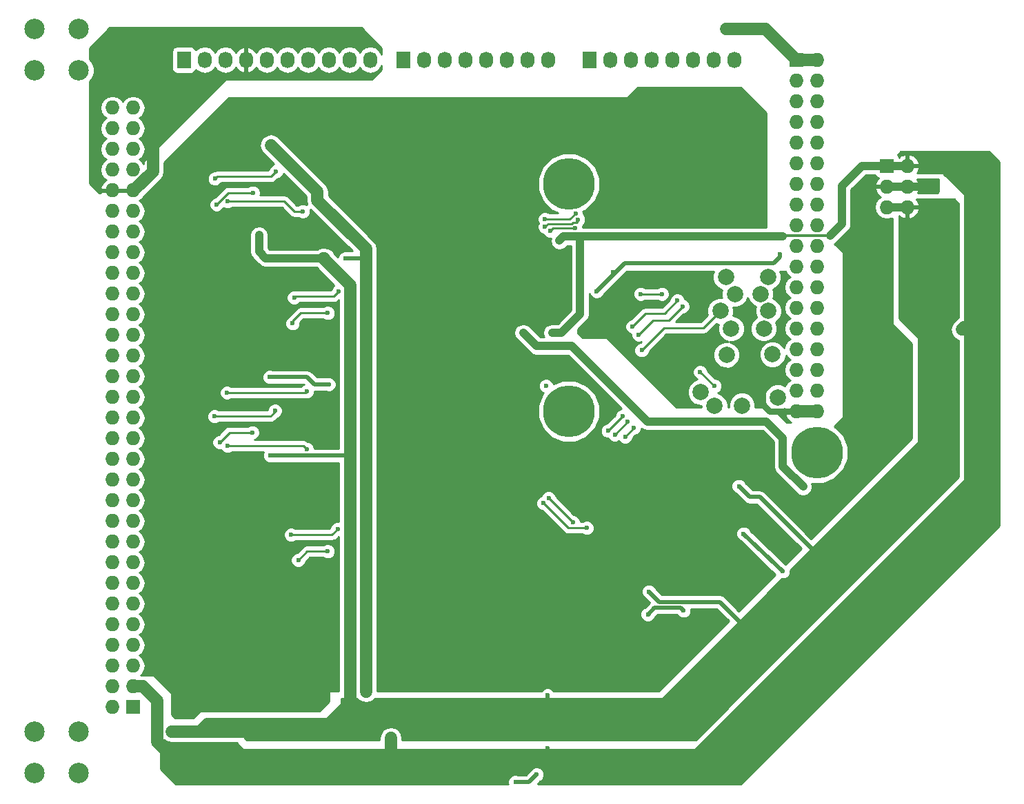
<source format=gbr>
G04 #@! TF.FileFunction,Copper,L2,Bot,Signal*
%FSLAX46Y46*%
G04 Gerber Fmt 4.6, Leading zero omitted, Abs format (unit mm)*
G04 Created by KiCad (PCBNEW 4.0.1-3.201512150931+6195~38~ubuntu15.04.1-stable) date Sun 01 May 2016 04:30:14 AM CDT*
%MOMM*%
G01*
G04 APERTURE LIST*
%ADD10C,0.100000*%
%ADD11R,1.727200X1.727200*%
%ADD12O,1.727200X1.727200*%
%ADD13R,1.727200X2.032000*%
%ADD14O,1.727200X2.032000*%
%ADD15C,2.500000*%
%ADD16C,6.350000*%
%ADD17C,0.600000*%
%ADD18C,1.000000*%
%ADD19C,2.000000*%
%ADD20C,0.250000*%
%ADD21C,1.000000*%
%ADD22C,0.500000*%
%ADD23C,1.500000*%
%ADD24C,0.750000*%
%ADD25C,0.350000*%
%ADD26C,0.254000*%
G04 APERTURE END LIST*
D10*
D11*
X40462200Y-140500100D03*
D12*
X37922200Y-140500100D03*
X40462200Y-137960100D03*
X37922200Y-137960100D03*
X40462200Y-135420100D03*
X37922200Y-135420100D03*
X40462200Y-132880100D03*
X37922200Y-132880100D03*
X40462200Y-130340100D03*
X37922200Y-130340100D03*
X40462200Y-127800100D03*
X37922200Y-127800100D03*
X40462200Y-125260100D03*
X37922200Y-125260100D03*
X40462200Y-122720100D03*
X37922200Y-122720100D03*
X40462200Y-120180100D03*
X37922200Y-120180100D03*
X40462200Y-117640100D03*
X37922200Y-117640100D03*
X40462200Y-115100100D03*
X37922200Y-115100100D03*
X40462200Y-112560100D03*
X37922200Y-112560100D03*
X40462200Y-110020100D03*
X37922200Y-110020100D03*
X40462200Y-107480100D03*
X37922200Y-107480100D03*
X40462200Y-104940100D03*
X37922200Y-104940100D03*
X40462200Y-102400100D03*
X37922200Y-102400100D03*
X40462200Y-99860100D03*
X37922200Y-99860100D03*
X40462200Y-97320100D03*
X37922200Y-97320100D03*
X40462200Y-94780100D03*
X37922200Y-94780100D03*
X40462200Y-92240100D03*
X37922200Y-92240100D03*
X40462200Y-89700100D03*
X37922200Y-89700100D03*
X40462200Y-87160100D03*
X37922200Y-87160100D03*
X40462200Y-84620100D03*
X37922200Y-84620100D03*
X40462200Y-82080100D03*
X37922200Y-82080100D03*
X40462200Y-79540100D03*
X37922200Y-79540100D03*
X40462200Y-77000100D03*
X37922200Y-77000100D03*
X40462200Y-74460100D03*
X37922200Y-74460100D03*
X40462200Y-71920100D03*
X37922200Y-71920100D03*
X40462200Y-69380100D03*
X37922200Y-69380100D03*
X40462200Y-66840100D03*
X37922200Y-66840100D03*
D11*
X133030000Y-73977500D03*
D12*
X135570000Y-73977500D03*
X133030000Y-76517500D03*
X135570000Y-76517500D03*
X133030000Y-79057500D03*
X135570000Y-79057500D03*
D11*
X121920000Y-60960000D03*
D12*
X124460000Y-60960000D03*
X121920000Y-63500000D03*
X124460000Y-63500000D03*
X121920000Y-66040000D03*
X124460000Y-66040000D03*
X121920000Y-68580000D03*
X124460000Y-68580000D03*
X121920000Y-71120000D03*
X124460000Y-71120000D03*
X121920000Y-73660000D03*
X124460000Y-73660000D03*
X121920000Y-76200000D03*
X124460000Y-76200000D03*
X121920000Y-78740000D03*
X124460000Y-78740000D03*
X121920000Y-81280000D03*
X124460000Y-81280000D03*
X121920000Y-83820000D03*
X124460000Y-83820000D03*
X121920000Y-86360000D03*
X124460000Y-86360000D03*
X121920000Y-88900000D03*
X124460000Y-88900000D03*
X121920000Y-91440000D03*
X124460000Y-91440000D03*
X121920000Y-93980000D03*
X124460000Y-93980000D03*
X121920000Y-96520000D03*
X124460000Y-96520000D03*
X121920000Y-99060000D03*
X124460000Y-99060000D03*
X121920000Y-101600000D03*
X124460000Y-101600000D03*
X121920000Y-104140000D03*
X124460000Y-104140000D03*
D13*
X46736000Y-60960000D03*
D14*
X49276000Y-60960000D03*
X51816000Y-60960000D03*
X54356000Y-60960000D03*
X56896000Y-60960000D03*
X59436000Y-60960000D03*
X61976000Y-60960000D03*
X64516000Y-60960000D03*
X67056000Y-60960000D03*
X69596000Y-60960000D03*
D13*
X73660000Y-60960000D03*
D14*
X76200000Y-60960000D03*
X78740000Y-60960000D03*
X81280000Y-60960000D03*
X83820000Y-60960000D03*
X86360000Y-60960000D03*
X88900000Y-60960000D03*
X91440000Y-60960000D03*
D13*
X96520000Y-60960000D03*
D14*
X99060000Y-60960000D03*
X101600000Y-60960000D03*
X104140000Y-60960000D03*
X106680000Y-60960000D03*
X109220000Y-60960000D03*
X111760000Y-60960000D03*
X114300000Y-60960000D03*
D15*
X33835000Y-143510000D03*
X33835000Y-148590000D03*
X28395000Y-148590000D03*
X28395000Y-143510000D03*
X33835000Y-57150000D03*
X33835000Y-62230000D03*
X28395000Y-62230000D03*
X28395000Y-57150000D03*
D16*
X93980000Y-76200000D03*
X93980000Y-104140000D03*
X124460000Y-109220000D03*
D17*
X91186000Y-101028500D03*
X94742000Y-105410000D03*
X121856500Y-116522500D03*
X125476000Y-116713000D03*
X131826000Y-108521500D03*
X90360500Y-123571000D03*
X97345500Y-121475500D03*
X92329000Y-120015000D03*
X92646500Y-112649000D03*
X97155000Y-111125000D03*
X104775000Y-111125000D03*
X109029500Y-108648500D03*
X100838000Y-108712000D03*
X93408500Y-108648500D03*
X90487500Y-110807500D03*
X101790500Y-80073500D03*
X108077000Y-75057000D03*
X108458000Y-79311500D03*
X116078000Y-78613000D03*
X116078000Y-70993000D03*
X110744000Y-65595500D03*
X104965500Y-67183000D03*
X98234500Y-73914000D03*
X94043500Y-69659500D03*
X87566500Y-70675500D03*
X87566500Y-78105000D03*
X90043000Y-148780500D03*
X87439500Y-149733000D03*
X88709500Y-85788500D03*
X90902250Y-86080250D03*
X92773500Y-86106000D03*
X92739750Y-87917750D03*
X92710000Y-89725500D03*
X92739750Y-91592750D03*
X90868500Y-91567000D03*
X90902250Y-89755250D03*
X90932000Y-87884000D03*
X89064750Y-87917750D03*
X89027000Y-89725500D03*
X89064750Y-91592750D03*
X57658000Y-83058000D03*
X58039000Y-86804500D03*
X57975500Y-83820000D03*
X75374500Y-80645000D03*
X69723000Y-78232000D03*
X79756000Y-77470000D03*
X81661000Y-78867000D03*
X79883000Y-80772000D03*
X74231500Y-86106000D03*
X76327000Y-83947000D03*
X52070000Y-68199000D03*
X51181000Y-71628000D03*
X46990000Y-71882000D03*
X74930000Y-75438000D03*
X83439000Y-77978000D03*
X77597000Y-72898000D03*
X70231000Y-72771000D03*
X58864500Y-137858500D03*
X56769000Y-140208000D03*
X54546500Y-123698000D03*
X61722000Y-126365000D03*
X60325000Y-123952000D03*
X60706000Y-113474500D03*
X47117000Y-123063000D03*
X42164000Y-118745000D03*
X48641000Y-121031000D03*
X42799000Y-115443000D03*
X42799000Y-112776000D03*
X49911000Y-119253000D03*
X53721000Y-117602000D03*
X43053000Y-110363000D03*
X50673000Y-109601000D03*
X49149000Y-111760000D03*
X54864000Y-114681000D03*
X59563000Y-115570000D03*
X48641000Y-81534000D03*
X46228000Y-79756000D03*
X42291000Y-83693000D03*
X42926000Y-86741000D03*
X46101000Y-83693000D03*
X48514000Y-86106000D03*
X53848000Y-86106000D03*
X46990000Y-88900000D03*
X42672000Y-89916000D03*
X42672000Y-92583000D03*
X48006000Y-90805000D03*
X49784000Y-92202000D03*
X43053000Y-94996000D03*
X58674000Y-95504000D03*
X54737000Y-94615000D03*
X50419000Y-94615000D03*
X60706000Y-96901000D03*
X44450000Y-97536000D03*
X47371000Y-100584000D03*
X50800000Y-98806000D03*
X70866000Y-98044000D03*
X75565000Y-91313000D03*
X72517000Y-91440000D03*
X71120000Y-94361000D03*
X79121000Y-95123000D03*
X76708000Y-97663000D03*
X72771000Y-98425000D03*
X62611000Y-106934000D03*
X59563000Y-105029000D03*
X62738000Y-103886000D03*
X75057000Y-105156000D03*
X77216000Y-103378000D03*
X80137000Y-100457000D03*
X82169000Y-98425000D03*
X74485500Y-110871000D03*
X81153000Y-109220000D03*
X83566000Y-106807000D03*
X83693000Y-101600000D03*
X81661000Y-103632000D03*
X78867000Y-106426000D03*
X76327000Y-108966000D03*
X76962000Y-111760000D03*
X83566000Y-110617000D03*
X81089500Y-113792000D03*
X71183500Y-112268000D03*
X76835000Y-113919000D03*
X72771000Y-113919000D03*
X71247000Y-115697000D03*
X71120000Y-120650000D03*
X72898000Y-118364000D03*
X78613000Y-120015000D03*
X78486000Y-116332000D03*
X82423000Y-116078000D03*
X84963000Y-113538000D03*
X86233000Y-115570000D03*
X83185000Y-119888000D03*
X78740000Y-123190000D03*
X74676000Y-124206000D03*
X70993000Y-124079000D03*
X74676000Y-127190500D03*
X73279000Y-129159000D03*
X88328500Y-97663000D03*
X81280000Y-124841000D03*
X84836000Y-121158000D03*
X88265000Y-115824000D03*
X88265000Y-110871000D03*
X88265000Y-103632000D03*
X128651000Y-105664000D03*
X130302000Y-80264000D03*
X132080000Y-84455000D03*
X128651000Y-90805000D03*
X128651000Y-97917000D03*
X128778000Y-103632000D03*
X65278000Y-127508000D03*
X71056500Y-127254000D03*
X70993000Y-128651000D03*
X65405000Y-128651000D03*
X52070000Y-83185000D03*
X62611000Y-74168000D03*
X60071000Y-76708000D03*
X68008500Y-73787000D03*
X62103000Y-82232500D03*
X67945000Y-78867000D03*
X68326000Y-80772000D03*
X62865000Y-80772000D03*
X74485500Y-99060000D03*
X63119000Y-108585000D03*
X70993000Y-105156000D03*
X65151000Y-105156000D03*
X65659000Y-102616000D03*
X65278000Y-112014000D03*
D18*
X44704000Y-136004882D03*
D17*
X91249500Y-97663000D03*
X68008500Y-66929000D03*
X55880000Y-67564000D03*
X60706000Y-82232500D03*
X65151000Y-82423000D03*
X70675500Y-83502500D03*
X80073500Y-86169500D03*
X79184500Y-91186000D03*
X75882500Y-95377000D03*
X65341500Y-98425000D03*
X62103000Y-98869500D03*
X56070500Y-97409000D03*
X52133500Y-97663000D03*
X52260500Y-112649000D03*
X57721500Y-113030000D03*
X61912500Y-113157000D03*
X77533500Y-117348000D03*
X77533500Y-119634000D03*
X58864500Y-127571500D03*
X58674000Y-129857500D03*
X58864500Y-132207000D03*
X58864500Y-134620000D03*
X58801000Y-125349000D03*
X54546500Y-135382000D03*
X54546500Y-132969000D03*
X54546500Y-130683000D03*
X54546500Y-128397000D03*
X54546500Y-126111000D03*
X92329000Y-132778500D03*
X102489000Y-120142000D03*
X102425500Y-135509000D03*
X113982500Y-107124500D03*
X113919000Y-122301000D03*
X88392000Y-94488000D03*
D18*
X122745500Y-113411000D03*
D17*
X99377500Y-87058500D03*
X119888000Y-84836000D03*
X97409000Y-89408000D03*
D18*
X113284000Y-57150000D03*
D17*
X100647500Y-89408000D03*
X96456500Y-93535500D03*
D19*
X117538500Y-89725500D03*
X114363500Y-89725500D03*
D17*
X101790500Y-93726000D03*
X107315000Y-90551000D03*
D19*
X118491000Y-91821000D03*
X112585500Y-91821000D03*
D17*
X102933500Y-96647000D03*
D19*
X118427500Y-87630000D03*
X113284000Y-87630000D03*
X117919500Y-93980000D03*
X113919000Y-93980000D03*
D17*
X107950000Y-91249500D03*
X102552500Y-94742000D03*
D19*
X111887000Y-103505000D03*
X115252500Y-103441500D03*
X110172500Y-101790500D03*
X119634000Y-102425500D03*
X113347500Y-97218500D03*
X118999000Y-97155000D03*
D17*
X102806500Y-89725500D03*
X105410000Y-89725500D03*
X111887000Y-101028500D03*
X110109000Y-99314000D03*
X91376500Y-145542000D03*
X64516000Y-100838000D03*
X57277000Y-99949000D03*
X68707000Y-101727000D03*
X91948000Y-94488000D03*
X92837000Y-83185000D03*
X66548000Y-85344000D03*
X69088000Y-111125000D03*
X57404000Y-71437500D03*
D18*
X72136000Y-144272000D03*
X69088000Y-138616002D03*
X142240000Y-94107000D03*
D17*
X125984000Y-129667000D03*
X120269000Y-123825000D03*
X115443000Y-119189500D03*
X121729500Y-133985000D03*
X108077000Y-128651000D03*
X103695500Y-129095500D03*
X61341000Y-79565500D03*
X52070000Y-78359000D03*
X91376500Y-139065000D03*
D18*
X45212000Y-143510000D03*
D17*
X66675000Y-95250000D03*
X57340500Y-109601000D03*
X66675000Y-124396500D03*
X55943500Y-82486500D03*
X103822500Y-126301500D03*
X114871500Y-113347500D03*
X52006500Y-101854000D03*
X61785500Y-101727000D03*
X52070000Y-108394500D03*
X61785500Y-108775500D03*
X55181500Y-77279500D03*
X50736500Y-78740000D03*
X64389000Y-92075000D03*
X60071000Y-93345000D03*
X55118000Y-106743500D03*
X51117500Y-107950000D03*
X64389000Y-121348500D03*
X60769500Y-122428000D03*
X94805500Y-79819500D03*
X91059000Y-80518000D03*
X91059000Y-81470500D03*
X95123000Y-80581500D03*
X94742000Y-81597500D03*
X91694000Y-81978500D03*
X96202500Y-118491000D03*
X90868500Y-115443000D03*
X91503500Y-114808000D03*
X94488000Y-117792500D03*
X100584000Y-104775000D03*
X98806000Y-106553000D03*
X101219000Y-105410000D03*
X99631500Y-106997500D03*
X100901500Y-107251500D03*
X101981000Y-106172000D03*
X58039000Y-74676000D03*
X50546000Y-75565000D03*
X65722500Y-89408000D03*
X60261500Y-90170000D03*
X57912000Y-104076500D03*
X50482500Y-104775000D03*
X65595500Y-118618000D03*
X59880500Y-119316500D03*
D20*
X91186000Y-75057000D02*
X91186000Y-76327000D01*
X94742000Y-105410000D02*
X93599000Y-104267000D01*
D21*
X135559800Y-76517500D02*
X132905500Y-76517500D01*
X132905500Y-76517500D02*
X132778500Y-76644500D01*
X135559800Y-76517500D02*
X138099800Y-76517500D01*
X128651000Y-105664000D02*
X128968500Y-105664000D01*
X125285500Y-116522500D02*
X121856500Y-116522500D01*
X125476000Y-116713000D02*
X125285500Y-116522500D01*
X128968500Y-105664000D02*
X131826000Y-108521500D01*
D22*
X88265000Y-115824000D02*
X88265000Y-115951000D01*
X95250000Y-123571000D02*
X90360500Y-123571000D01*
X97345500Y-121475500D02*
X95250000Y-123571000D01*
X88265000Y-115951000D02*
X92329000Y-120015000D01*
D20*
X88265000Y-110871000D02*
X90424000Y-110871000D01*
X94107000Y-111188500D02*
X92646500Y-112649000D01*
X97091500Y-111188500D02*
X94107000Y-111188500D01*
X97155000Y-111125000D02*
X97091500Y-111188500D01*
X106553000Y-111125000D02*
X104775000Y-111125000D01*
X109029500Y-108648500D02*
X106553000Y-111125000D01*
X93472000Y-108712000D02*
X100838000Y-108712000D01*
X93408500Y-108648500D02*
X93472000Y-108712000D01*
X90424000Y-110871000D02*
X90487500Y-110807500D01*
D22*
X103060500Y-80073500D02*
X101790500Y-80073500D01*
X108077000Y-75057000D02*
X103060500Y-80073500D01*
X115379500Y-79311500D02*
X108458000Y-79311500D01*
X116078000Y-78613000D02*
X115379500Y-79311500D01*
X116078000Y-70929500D02*
X116078000Y-70993000D01*
X110744000Y-65595500D02*
X116078000Y-70929500D01*
X98234500Y-73914000D02*
X104965500Y-67183000D01*
X88582500Y-69659500D02*
X94043500Y-69659500D01*
X87566500Y-70675500D02*
X88582500Y-69659500D01*
X90043000Y-148780500D02*
X89090500Y-149733000D01*
X89090500Y-149733000D02*
X87439500Y-149733000D01*
D20*
X90902250Y-86080250D02*
X90928000Y-86106000D01*
X90928000Y-86106000D02*
X92773500Y-86106000D01*
X92739750Y-87917750D02*
X92710000Y-87947500D01*
X92710000Y-87947500D02*
X92710000Y-89725500D01*
X92739750Y-91592750D02*
X92714000Y-91567000D01*
X92714000Y-91567000D02*
X90868500Y-91567000D01*
X90902250Y-89755250D02*
X90932000Y-89725500D01*
X90932000Y-89725500D02*
X90932000Y-87884000D01*
X89064750Y-87917750D02*
X89027000Y-87955500D01*
X89027000Y-87955500D02*
X89027000Y-89725500D01*
X89064750Y-91592750D02*
X89027000Y-91555000D01*
X89027000Y-91555000D02*
X89027000Y-91503500D01*
X57658000Y-83058000D02*
X57658000Y-83502500D01*
X54610000Y-86868000D02*
X53848000Y-86106000D01*
X57975500Y-86868000D02*
X54610000Y-86868000D01*
X58039000Y-86804500D02*
X57975500Y-86868000D01*
X57658000Y-83502500D02*
X57975500Y-83820000D01*
X70612000Y-77343000D02*
X69723000Y-78232000D01*
X79629000Y-77343000D02*
X70612000Y-77343000D01*
X79756000Y-77470000D02*
X79629000Y-77343000D01*
X81661000Y-78994000D02*
X81661000Y-78867000D01*
X79883000Y-80772000D02*
X81661000Y-78994000D01*
X74231500Y-86106000D02*
X74231500Y-86677500D01*
X76327000Y-85725000D02*
X76327000Y-83947000D01*
X75438000Y-86614000D02*
X76327000Y-85725000D01*
X74295000Y-86614000D02*
X75438000Y-86614000D01*
X74231500Y-86677500D02*
X74295000Y-86614000D01*
X52070000Y-68199000D02*
X50673000Y-68199000D01*
X51308000Y-68961000D02*
X52070000Y-68199000D01*
X51308000Y-71501000D02*
X51308000Y-68961000D01*
X51181000Y-71628000D02*
X51308000Y-71501000D01*
X50673000Y-68199000D02*
X46990000Y-71882000D01*
X68008500Y-73787000D02*
X69215000Y-73787000D01*
X63754000Y-75311000D02*
X62611000Y-74168000D01*
X74803000Y-75311000D02*
X63754000Y-75311000D01*
X74930000Y-75438000D02*
X74803000Y-75311000D01*
X80518000Y-75057000D02*
X83439000Y-77978000D01*
X79756000Y-75057000D02*
X80518000Y-75057000D01*
X77597000Y-72898000D02*
X79756000Y-75057000D01*
X69215000Y-73787000D02*
X70231000Y-72771000D01*
X58864500Y-137858500D02*
X58864500Y-138112500D01*
X58864500Y-138112500D02*
X56769000Y-140208000D01*
X61722000Y-126365000D02*
X61722000Y-126238000D01*
X60325000Y-124841000D02*
X60325000Y-123952000D01*
X61722000Y-126238000D02*
X60325000Y-124841000D01*
X60706000Y-113474500D02*
X60706000Y-114427000D01*
X53340000Y-123063000D02*
X53340000Y-123952000D01*
X53213000Y-122936000D02*
X53340000Y-123063000D01*
X47244000Y-122936000D02*
X53213000Y-122936000D01*
X47117000Y-123063000D02*
X47244000Y-122936000D01*
X46355000Y-118745000D02*
X42164000Y-118745000D01*
X48641000Y-121031000D02*
X46355000Y-118745000D01*
X42799000Y-112776000D02*
X42799000Y-115443000D01*
X52070000Y-119253000D02*
X49911000Y-119253000D01*
X53721000Y-117602000D02*
X52070000Y-119253000D01*
X49911000Y-110363000D02*
X43053000Y-110363000D01*
X50673000Y-109601000D02*
X49911000Y-110363000D01*
X49403000Y-111760000D02*
X49149000Y-111760000D01*
X52324000Y-114681000D02*
X49403000Y-111760000D01*
X54864000Y-114681000D02*
X52324000Y-114681000D01*
X60706000Y-114427000D02*
X59563000Y-115570000D01*
X48641000Y-81534000D02*
X46863000Y-79756000D01*
X46863000Y-79756000D02*
X46228000Y-79756000D01*
X42291000Y-83693000D02*
X42545000Y-83947000D01*
X42545000Y-83947000D02*
X42545000Y-86360000D01*
X42545000Y-86360000D02*
X42926000Y-86741000D01*
X46101000Y-83693000D02*
X48514000Y-86106000D01*
X44450000Y-96393000D02*
X44450000Y-97536000D01*
X53848000Y-86106000D02*
X51054000Y-88900000D01*
X51054000Y-88900000D02*
X46990000Y-88900000D01*
X42672000Y-89916000D02*
X42672000Y-92583000D01*
X48006000Y-90805000D02*
X49403000Y-92202000D01*
X49403000Y-92202000D02*
X49784000Y-92202000D01*
X43053000Y-94996000D02*
X44450000Y-96393000D01*
X58674000Y-95504000D02*
X57785000Y-94615000D01*
X57785000Y-94615000D02*
X54737000Y-94615000D01*
X50419000Y-94615000D02*
X47498000Y-97536000D01*
X47498000Y-97536000D02*
X44450000Y-97536000D01*
X47371000Y-100584000D02*
X49149000Y-98806000D01*
X49149000Y-98806000D02*
X50800000Y-98806000D01*
X70866000Y-98044000D02*
X70866000Y-94615000D01*
X72644000Y-91313000D02*
X75565000Y-91313000D01*
X72517000Y-91440000D02*
X72644000Y-91313000D01*
X70866000Y-94615000D02*
X71120000Y-94361000D01*
X74803000Y-94234000D02*
X74803000Y-95504000D01*
X78232000Y-94234000D02*
X74803000Y-94234000D01*
X79121000Y-95123000D02*
X78232000Y-94234000D01*
X73533000Y-97663000D02*
X76708000Y-97663000D01*
X72771000Y-98425000D02*
X73533000Y-97663000D01*
X65151000Y-105156000D02*
X64008000Y-105156000D01*
X61849000Y-106172000D02*
X62611000Y-106934000D01*
X60706000Y-106172000D02*
X61849000Y-106172000D01*
X59563000Y-105029000D02*
X60706000Y-106172000D01*
X64008000Y-105156000D02*
X62738000Y-103886000D01*
X70993000Y-105156000D02*
X75057000Y-105156000D01*
X77216000Y-103378000D02*
X80137000Y-100584000D01*
X80137000Y-100584000D02*
X80137000Y-100457000D01*
X82169000Y-98425000D02*
X75311000Y-105156000D01*
X76962000Y-109982000D02*
X74549000Y-109982000D01*
X77597000Y-109347000D02*
X76962000Y-109982000D01*
X81026000Y-109347000D02*
X77597000Y-109347000D01*
X81153000Y-109220000D02*
X81026000Y-109347000D01*
X83566000Y-101727000D02*
X83566000Y-106807000D01*
X83693000Y-101600000D02*
X83566000Y-101727000D01*
X78867000Y-106426000D02*
X81661000Y-103632000D01*
X76327000Y-111125000D02*
X76327000Y-108966000D01*
X76962000Y-111760000D02*
X76327000Y-111125000D01*
X81153000Y-112903000D02*
X82296000Y-112903000D01*
X83566000Y-111633000D02*
X83566000Y-110617000D01*
X82296000Y-112903000D02*
X83566000Y-111633000D01*
X80835500Y-114046000D02*
X81089500Y-113792000D01*
X76962000Y-114046000D02*
X80835500Y-114046000D01*
X76835000Y-113919000D02*
X76962000Y-114046000D01*
X72771000Y-114173000D02*
X72771000Y-113919000D01*
X71247000Y-115697000D02*
X72771000Y-114173000D01*
X71120000Y-118364000D02*
X71120000Y-120650000D01*
X72898000Y-118364000D02*
X71120000Y-118364000D01*
X76327000Y-120777000D02*
X76327000Y-119634000D01*
X77851000Y-120777000D02*
X76327000Y-120777000D01*
X78613000Y-120015000D02*
X77851000Y-120777000D01*
X82169000Y-116332000D02*
X78486000Y-116332000D01*
X82423000Y-116078000D02*
X82169000Y-116332000D01*
X84963000Y-114300000D02*
X84963000Y-113538000D01*
X86233000Y-115570000D02*
X84963000Y-114300000D01*
X82042000Y-119888000D02*
X83185000Y-119888000D01*
X78740000Y-123190000D02*
X82042000Y-119888000D01*
X71120000Y-124206000D02*
X74676000Y-124206000D01*
X70993000Y-124079000D02*
X71120000Y-124206000D01*
X73406000Y-129032000D02*
X76581000Y-129032000D01*
X73279000Y-129159000D02*
X73406000Y-129032000D01*
X77089000Y-129032000D02*
X76581000Y-129032000D01*
X81280000Y-124841000D02*
X77089000Y-129032000D01*
X88265000Y-117729000D02*
X84836000Y-121158000D01*
X88265000Y-115824000D02*
X88265000Y-117729000D01*
X88265000Y-103632000D02*
X88265000Y-110871000D01*
X130683000Y-105537000D02*
X128651000Y-105664000D01*
X130302000Y-80264000D02*
X132080000Y-82042000D01*
X132080000Y-82042000D02*
X132080000Y-84455000D01*
X128651000Y-90805000D02*
X128651000Y-97917000D01*
X128778000Y-103632000D02*
X130683000Y-105537000D01*
D22*
X65278000Y-127508000D02*
X65278000Y-128524000D01*
X71056500Y-128587500D02*
X71056500Y-127254000D01*
X70993000Y-128651000D02*
X71056500Y-128587500D01*
X65278000Y-128524000D02*
X65405000Y-128651000D01*
X60071000Y-76708000D02*
X59563000Y-76200000D01*
X59563000Y-76200000D02*
X51435000Y-76200000D01*
X51435000Y-76200000D02*
X49403000Y-78232000D01*
X49403000Y-78232000D02*
X49403000Y-80518000D01*
X49403000Y-80518000D02*
X52070000Y-83185000D01*
X62103000Y-82232500D02*
X62103000Y-81534000D01*
X67945000Y-80391000D02*
X67945000Y-78867000D01*
X68326000Y-80772000D02*
X67945000Y-80391000D01*
X62103000Y-81534000D02*
X62865000Y-80772000D01*
D20*
X63119000Y-108585000D02*
X63119000Y-105410000D01*
X74485500Y-101663500D02*
X74485500Y-99060000D01*
X70993000Y-105156000D02*
X74485500Y-101663500D01*
X63373000Y-105156000D02*
X65151000Y-105156000D01*
X63119000Y-105410000D02*
X63373000Y-105156000D01*
D23*
X44704000Y-136004882D02*
X44704000Y-135953500D01*
D20*
X52133500Y-97663000D02*
X52070000Y-97663000D01*
X86741000Y-81788000D02*
X86741000Y-83820000D01*
X86741000Y-83820000D02*
X88709500Y-85788500D01*
D21*
X120269000Y-107442000D02*
X120269000Y-110934500D01*
X90043000Y-96139000D02*
X88392000Y-94488000D01*
X94361000Y-96139000D02*
X90043000Y-96139000D01*
X103632000Y-105410000D02*
X94361000Y-96139000D01*
X118237000Y-105410000D02*
X103632000Y-105410000D01*
X120269000Y-107442000D02*
X118237000Y-105410000D01*
X120269000Y-110934500D02*
X122745500Y-113411000D01*
D20*
X99695000Y-86995000D02*
X99695000Y-87122000D01*
X99758500Y-87058500D02*
X99695000Y-86995000D01*
X99377500Y-87058500D02*
X99758500Y-87058500D01*
D22*
X119888000Y-85217000D02*
X119888000Y-84836000D01*
X119126000Y-85979000D02*
X119888000Y-85217000D01*
X100838000Y-85979000D02*
X119126000Y-85979000D01*
X97409000Y-89408000D02*
X99695000Y-87122000D01*
X99695000Y-87122000D02*
X100838000Y-85979000D01*
D23*
X124460000Y-60960000D02*
X121920000Y-60960000D01*
X121920000Y-60960000D02*
X118110000Y-57150000D01*
X118110000Y-57150000D02*
X113284000Y-57150000D01*
D24*
X121920000Y-104140000D02*
X118618000Y-104140000D01*
X115252500Y-99631500D02*
X113157000Y-99631500D01*
X117792500Y-102171500D02*
X115252500Y-99631500D01*
X117792500Y-103314500D02*
X117792500Y-102171500D01*
X118618000Y-104140000D02*
X117792500Y-103314500D01*
D23*
X124460000Y-104140000D02*
X121920000Y-104140000D01*
X40462200Y-77000100D02*
X40601900Y-77000100D01*
X40601900Y-77000100D02*
X42926000Y-74676000D01*
X42926000Y-74676000D02*
X42926000Y-70866000D01*
D20*
X101790500Y-93726000D02*
X103378000Y-92138500D01*
X103378000Y-92138500D02*
X105727500Y-92138500D01*
X105727500Y-92138500D02*
X107315000Y-90551000D01*
X106807000Y-93916500D02*
X110490000Y-93916500D01*
X102933500Y-96647000D02*
X105664000Y-93916500D01*
X105664000Y-93916500D02*
X106807000Y-93916500D01*
X110490000Y-93916500D02*
X112585500Y-91821000D01*
X118427500Y-87630000D02*
X118427500Y-87693500D01*
X117919500Y-93980000D02*
X117919500Y-94043500D01*
X106235500Y-92964000D02*
X107950000Y-91249500D01*
X104330500Y-92964000D02*
X106235500Y-92964000D01*
X102552500Y-94742000D02*
X104330500Y-92964000D01*
D22*
X115252500Y-103441500D02*
X115252500Y-103378000D01*
D20*
X118999000Y-97155000D02*
X118935500Y-97218500D01*
X102806500Y-89725500D02*
X105410000Y-89725500D01*
X111823500Y-101028500D02*
X111887000Y-101028500D01*
X110109000Y-99314000D02*
X111823500Y-101028500D01*
D22*
X91376500Y-147193000D02*
X91376500Y-145542000D01*
D23*
X43434000Y-141605000D02*
X43434000Y-144780000D01*
X41694100Y-137960100D02*
X43434000Y-139700000D01*
X43434000Y-139700000D02*
X43434000Y-141605000D01*
X40462200Y-137960100D02*
X41694100Y-137960100D01*
X43434000Y-144780000D02*
X44831000Y-146177000D01*
D22*
X57277000Y-99949000D02*
X61849000Y-99949000D01*
X61849000Y-99949000D02*
X62738000Y-100838000D01*
X62738000Y-100838000D02*
X64516000Y-100838000D01*
X68707000Y-101727000D02*
X69088000Y-101727000D01*
X69088000Y-101727000D02*
X68707000Y-101727000D01*
X68707000Y-101727000D02*
X69088000Y-101727000D01*
D21*
X95377000Y-92202000D02*
X93091000Y-94488000D01*
X93091000Y-94488000D02*
X91948000Y-94488000D01*
X95377000Y-82677000D02*
X95377000Y-92202000D01*
X129984500Y-73977500D02*
X135559800Y-73977500D01*
X127508000Y-76454000D02*
X129984500Y-73977500D01*
X127508000Y-81153000D02*
X127508000Y-76454000D01*
X126111000Y-82550000D02*
X127508000Y-81153000D01*
D25*
X120396000Y-82550000D02*
X126111000Y-82550000D01*
D20*
X120269000Y-82677000D02*
X120396000Y-82550000D01*
D21*
X101092000Y-82677000D02*
X120269000Y-82677000D01*
X93345000Y-82677000D02*
X95377000Y-82677000D01*
X95377000Y-82677000D02*
X101092000Y-82677000D01*
X92837000Y-83185000D02*
X93345000Y-82677000D01*
D22*
X66548000Y-85344000D02*
X69088000Y-85344000D01*
D23*
X69088000Y-85344000D02*
X69088000Y-84201000D01*
X69088000Y-84201000D02*
X68834000Y-83947000D01*
X69088000Y-111125000D02*
X69088000Y-101727000D01*
X69088000Y-101727000D02*
X69088000Y-85344000D01*
X63119000Y-78232000D02*
X68834000Y-83947000D01*
X63119000Y-77152500D02*
X63119000Y-78232000D01*
X57404000Y-71437500D02*
X63119000Y-77152500D01*
X72136000Y-144272000D02*
X72136000Y-147066000D01*
X69088000Y-138616002D02*
X69088000Y-111125000D01*
X142494000Y-93853000D02*
X143700500Y-93853000D01*
X142240000Y-94107000D02*
X142494000Y-93853000D01*
D22*
X120205500Y-123825000D02*
X120269000Y-123825000D01*
X115443000Y-119189500D02*
X120205500Y-123825000D01*
X107697502Y-128271502D02*
X108077000Y-128651000D01*
X104519498Y-128271502D02*
X107697502Y-128271502D01*
X103695500Y-129095500D02*
X104519498Y-128271502D01*
D20*
X60261500Y-79565500D02*
X61341000Y-79565500D01*
X59055000Y-78359000D02*
X60261500Y-79565500D01*
X57467500Y-78359000D02*
X59055000Y-78359000D01*
X52070000Y-78359000D02*
X57467500Y-78359000D01*
D21*
X133030000Y-79057500D02*
X135570000Y-79057500D01*
D22*
X91186000Y-140462000D02*
X67119500Y-140462000D01*
X91376500Y-140271500D02*
X91186000Y-140462000D01*
X91376500Y-139065000D02*
X91376500Y-140271500D01*
D23*
X64770000Y-142621000D02*
X64960500Y-142621000D01*
X64960500Y-142621000D02*
X67119500Y-140462000D01*
X48768000Y-143510000D02*
X45212000Y-143510000D01*
X49657000Y-142621000D02*
X64770000Y-142621000D01*
X48768000Y-143510000D02*
X49657000Y-142621000D01*
X67119500Y-124396500D02*
X67119500Y-140462000D01*
X54864000Y-143510000D02*
X45212000Y-143510000D01*
D22*
X66675000Y-95250000D02*
X67119500Y-95250000D01*
X67119500Y-95250000D02*
X66675000Y-95250000D01*
X66675000Y-95250000D02*
X67119500Y-95250000D01*
D23*
X67119500Y-99060000D02*
X67119500Y-95250000D01*
X67119500Y-95250000D02*
X67119500Y-88646000D01*
X67119500Y-109601000D02*
X67119500Y-99060000D01*
X63944500Y-85407500D02*
X63944500Y-85344000D01*
X63881000Y-85344000D02*
X63944500Y-85407500D01*
X63817500Y-85344000D02*
X63881000Y-85344000D01*
X67119500Y-88646000D02*
X63817500Y-85344000D01*
D22*
X57340500Y-109601000D02*
X67119500Y-109601000D01*
D23*
X67119500Y-114046000D02*
X67119500Y-109601000D01*
X67119500Y-124396500D02*
X67119500Y-114046000D01*
D21*
X63944500Y-85344000D02*
X56769000Y-85344000D01*
X55943500Y-84518500D02*
X55943500Y-82486500D01*
X56769000Y-85344000D02*
X55943500Y-84518500D01*
D22*
X66675000Y-124396500D02*
X67119500Y-124396500D01*
X67119500Y-124396500D02*
X66865500Y-124396500D01*
X66865500Y-124396500D02*
X67119500Y-124396500D01*
X55943500Y-82486500D02*
X56007000Y-82486500D01*
X56007000Y-82486500D02*
X55943500Y-82486500D01*
X112522000Y-127571500D02*
X115443000Y-130492500D01*
X105092500Y-127571500D02*
X112522000Y-127571500D01*
X103822500Y-126301500D02*
X105092500Y-127571500D01*
X117411500Y-114681000D02*
X124523500Y-121793000D01*
X116205000Y-114681000D02*
X117411500Y-114681000D01*
X114871500Y-113347500D02*
X116205000Y-114681000D01*
D20*
X61658500Y-101854000D02*
X52006500Y-101854000D01*
X61785500Y-101727000D02*
X61658500Y-101854000D01*
X61404500Y-108394500D02*
X52070000Y-108394500D01*
X61785500Y-108775500D02*
X61404500Y-108394500D01*
X55181500Y-77279500D02*
X55181500Y-77279500D01*
X52197000Y-77279500D02*
X55181500Y-77279500D01*
X50736500Y-78740000D02*
X52197000Y-77279500D01*
X61087000Y-92075000D02*
X64389000Y-92075000D01*
X60071000Y-93091000D02*
X61087000Y-92075000D01*
X60071000Y-93218000D02*
X60071000Y-93091000D01*
X60071000Y-93345000D02*
X60071000Y-93218000D01*
X52324000Y-106743500D02*
X55118000Y-106743500D01*
X51117500Y-107950000D02*
X52324000Y-106743500D01*
X61849000Y-121348500D02*
X64389000Y-121348500D01*
X60769500Y-122428000D02*
X61849000Y-121348500D01*
X94107000Y-80518000D02*
X94805500Y-79819500D01*
X91059000Y-80518000D02*
X94107000Y-80518000D01*
X94996000Y-80962500D02*
X94996000Y-80708500D01*
X91059000Y-81470500D02*
X91440000Y-81089500D01*
X91440000Y-81089500D02*
X94361000Y-81089500D01*
X94361000Y-81089500D02*
X94488000Y-80962500D01*
X94488000Y-80962500D02*
X94996000Y-80962500D01*
X94996000Y-80708500D02*
X95123000Y-80581500D01*
X92075000Y-81597500D02*
X94742000Y-81597500D01*
X91694000Y-81978500D02*
X92075000Y-81597500D01*
X96202500Y-118491000D02*
X95313500Y-118491000D01*
X95313500Y-118491000D02*
X93916500Y-118491000D01*
X93916500Y-118491000D02*
X90868500Y-115443000D01*
X94488000Y-117792500D02*
X91503500Y-114808000D01*
X100584000Y-104775000D02*
X98806000Y-106553000D01*
X101219000Y-105410000D02*
X99631500Y-106997500D01*
X101981000Y-106172000D02*
X100901500Y-107251500D01*
X57404000Y-75311000D02*
X58039000Y-74676000D01*
X50800000Y-75311000D02*
X57404000Y-75311000D01*
X50546000Y-75565000D02*
X50800000Y-75311000D01*
X65087500Y-90043000D02*
X65722500Y-89408000D01*
X60388500Y-90043000D02*
X65087500Y-90043000D01*
X60261500Y-90170000D02*
X60388500Y-90043000D01*
X57912000Y-104203500D02*
X57912000Y-104076500D01*
X57340500Y-104775000D02*
X57912000Y-104203500D01*
X50482500Y-104775000D02*
X57340500Y-104775000D01*
X64897000Y-119316500D02*
X65595500Y-118618000D01*
X59880500Y-119316500D02*
X64897000Y-119316500D01*
D26*
G36*
X146812000Y-73522106D02*
X146812000Y-118184394D01*
X115072894Y-149923500D01*
X90151580Y-149923500D01*
X90451835Y-149623245D01*
X90571943Y-149573617D01*
X90835192Y-149310827D01*
X90977838Y-148967299D01*
X90978162Y-148595333D01*
X90836117Y-148251557D01*
X90573327Y-147988308D01*
X90229799Y-147845662D01*
X89857833Y-147845338D01*
X89514057Y-147987383D01*
X89250808Y-148250173D01*
X89200434Y-148371487D01*
X88723920Y-148848000D01*
X87746322Y-148848000D01*
X87626299Y-148798162D01*
X87254333Y-148797838D01*
X86910557Y-148939883D01*
X86647308Y-149202673D01*
X86504662Y-149546201D01*
X86504338Y-149918167D01*
X86506542Y-149923500D01*
X45709106Y-149923500D01*
X43878500Y-148092894D01*
X43878500Y-145023106D01*
X44340323Y-144561283D01*
X44681983Y-144789573D01*
X45212000Y-144895000D01*
X53148394Y-144895000D01*
X53948697Y-145695303D01*
X53990711Y-145723166D01*
X54038500Y-145732500D01*
X109410500Y-145732500D01*
X109459910Y-145722494D01*
X109500303Y-145695303D01*
X142583803Y-112611803D01*
X142611666Y-112569789D01*
X142621000Y-112522000D01*
X142621000Y-77597000D01*
X142610994Y-77547590D01*
X142583803Y-77507197D01*
X139980303Y-74903697D01*
X139938289Y-74875834D01*
X139890500Y-74866500D01*
X136748585Y-74866500D01*
X136852688Y-74752447D01*
X137024958Y-74336526D01*
X136903817Y-74104500D01*
X135697000Y-74104500D01*
X135697000Y-74124500D01*
X135443000Y-74124500D01*
X135443000Y-74104500D01*
X135423000Y-74104500D01*
X135423000Y-73850500D01*
X135443000Y-73850500D01*
X135443000Y-72643031D01*
X135697000Y-72643031D01*
X135697000Y-73850500D01*
X136903817Y-73850500D01*
X137024958Y-73618474D01*
X136852688Y-73202553D01*
X136458490Y-72770679D01*
X135929027Y-72522532D01*
X135697000Y-72643031D01*
X135443000Y-72643031D01*
X135210973Y-72522532D01*
X134681510Y-72770679D01*
X134514529Y-72953619D01*
X134431927Y-72754201D01*
X134366000Y-72688274D01*
X134366000Y-72633106D01*
X134736106Y-72263000D01*
X145552894Y-72263000D01*
X146812000Y-73522106D01*
X146812000Y-73522106D01*
G37*
X146812000Y-73522106D02*
X146812000Y-118184394D01*
X115072894Y-149923500D01*
X90151580Y-149923500D01*
X90451835Y-149623245D01*
X90571943Y-149573617D01*
X90835192Y-149310827D01*
X90977838Y-148967299D01*
X90978162Y-148595333D01*
X90836117Y-148251557D01*
X90573327Y-147988308D01*
X90229799Y-147845662D01*
X89857833Y-147845338D01*
X89514057Y-147987383D01*
X89250808Y-148250173D01*
X89200434Y-148371487D01*
X88723920Y-148848000D01*
X87746322Y-148848000D01*
X87626299Y-148798162D01*
X87254333Y-148797838D01*
X86910557Y-148939883D01*
X86647308Y-149202673D01*
X86504662Y-149546201D01*
X86504338Y-149918167D01*
X86506542Y-149923500D01*
X45709106Y-149923500D01*
X43878500Y-148092894D01*
X43878500Y-145023106D01*
X44340323Y-144561283D01*
X44681983Y-144789573D01*
X45212000Y-144895000D01*
X53148394Y-144895000D01*
X53948697Y-145695303D01*
X53990711Y-145723166D01*
X54038500Y-145732500D01*
X109410500Y-145732500D01*
X109459910Y-145722494D01*
X109500303Y-145695303D01*
X142583803Y-112611803D01*
X142611666Y-112569789D01*
X142621000Y-112522000D01*
X142621000Y-77597000D01*
X142610994Y-77547590D01*
X142583803Y-77507197D01*
X139980303Y-74903697D01*
X139938289Y-74875834D01*
X139890500Y-74866500D01*
X136748585Y-74866500D01*
X136852688Y-74752447D01*
X137024958Y-74336526D01*
X136903817Y-74104500D01*
X135697000Y-74104500D01*
X135697000Y-74124500D01*
X135443000Y-74124500D01*
X135443000Y-74104500D01*
X135423000Y-74104500D01*
X135423000Y-73850500D01*
X135443000Y-73850500D01*
X135443000Y-72643031D01*
X135697000Y-72643031D01*
X135697000Y-73850500D01*
X136903817Y-73850500D01*
X137024958Y-73618474D01*
X136852688Y-73202553D01*
X136458490Y-72770679D01*
X135929027Y-72522532D01*
X135697000Y-72643031D01*
X135443000Y-72643031D01*
X135210973Y-72522532D01*
X134681510Y-72770679D01*
X134514529Y-72953619D01*
X134431927Y-72754201D01*
X134366000Y-72688274D01*
X134366000Y-72633106D01*
X134736106Y-72263000D01*
X145552894Y-72263000D01*
X146812000Y-73522106D01*
G36*
X141859000Y-78665606D02*
X141859000Y-92643574D01*
X141524333Y-92867192D01*
X141514657Y-92873657D01*
X141260657Y-93127657D01*
X140960427Y-93576984D01*
X140855000Y-94107000D01*
X140960427Y-94637016D01*
X141260657Y-95086343D01*
X141709984Y-95386573D01*
X141859000Y-95416214D01*
X141859000Y-112215394D01*
X109548394Y-144526000D01*
X73521000Y-144526000D01*
X73521000Y-144272000D01*
X73415573Y-143741983D01*
X73115343Y-143292657D01*
X72666017Y-142992427D01*
X72136000Y-142887000D01*
X71605983Y-142992427D01*
X71156657Y-143292657D01*
X70856427Y-143741983D01*
X70751000Y-144272000D01*
X70751000Y-144526000D01*
X54472106Y-144526000D01*
X52313106Y-142367000D01*
X63754000Y-142367000D01*
X63803410Y-142356994D01*
X63843803Y-142329803D01*
X66002803Y-140170803D01*
X66030666Y-140128789D01*
X66040000Y-140081000D01*
X66040000Y-139446000D01*
X68008868Y-139446000D01*
X68108657Y-139595345D01*
X68557983Y-139895575D01*
X69088000Y-140001002D01*
X69618017Y-139895575D01*
X70067343Y-139595345D01*
X70167132Y-139446000D01*
X105410000Y-139446000D01*
X105459410Y-139435994D01*
X105499803Y-139408803D01*
X120148710Y-124759896D01*
X120454167Y-124760162D01*
X120797943Y-124618117D01*
X121061192Y-124355327D01*
X121203838Y-124011799D01*
X121204106Y-123704500D01*
X136868803Y-108039803D01*
X136896666Y-107997789D01*
X136906000Y-107950000D01*
X136906000Y-95123000D01*
X136895994Y-95073590D01*
X136868803Y-95033197D01*
X134556500Y-92720894D01*
X134556500Y-80127363D01*
X134681510Y-80264321D01*
X135210973Y-80512468D01*
X135443000Y-80391969D01*
X135443000Y-79184500D01*
X135697000Y-79184500D01*
X135697000Y-80391969D01*
X135929027Y-80512468D01*
X136458490Y-80264321D01*
X136852688Y-79832447D01*
X137024958Y-79416526D01*
X136903817Y-79184500D01*
X135697000Y-79184500D01*
X135443000Y-79184500D01*
X135423000Y-79184500D01*
X135423000Y-78930500D01*
X135443000Y-78930500D01*
X135443000Y-78910500D01*
X135697000Y-78910500D01*
X135697000Y-78930500D01*
X136903817Y-78930500D01*
X137024958Y-78698474D01*
X136852688Y-78282553D01*
X136690624Y-78105000D01*
X141298394Y-78105000D01*
X141859000Y-78665606D01*
X141859000Y-78665606D01*
G37*
X141859000Y-78665606D02*
X141859000Y-92643574D01*
X141524333Y-92867192D01*
X141514657Y-92873657D01*
X141260657Y-93127657D01*
X140960427Y-93576984D01*
X140855000Y-94107000D01*
X140960427Y-94637016D01*
X141260657Y-95086343D01*
X141709984Y-95386573D01*
X141859000Y-95416214D01*
X141859000Y-112215394D01*
X109548394Y-144526000D01*
X73521000Y-144526000D01*
X73521000Y-144272000D01*
X73415573Y-143741983D01*
X73115343Y-143292657D01*
X72666017Y-142992427D01*
X72136000Y-142887000D01*
X71605983Y-142992427D01*
X71156657Y-143292657D01*
X70856427Y-143741983D01*
X70751000Y-144272000D01*
X70751000Y-144526000D01*
X54472106Y-144526000D01*
X52313106Y-142367000D01*
X63754000Y-142367000D01*
X63803410Y-142356994D01*
X63843803Y-142329803D01*
X66002803Y-140170803D01*
X66030666Y-140128789D01*
X66040000Y-140081000D01*
X66040000Y-139446000D01*
X68008868Y-139446000D01*
X68108657Y-139595345D01*
X68557983Y-139895575D01*
X69088000Y-140001002D01*
X69618017Y-139895575D01*
X70067343Y-139595345D01*
X70167132Y-139446000D01*
X105410000Y-139446000D01*
X105459410Y-139435994D01*
X105499803Y-139408803D01*
X120148710Y-124759896D01*
X120454167Y-124760162D01*
X120797943Y-124618117D01*
X121061192Y-124355327D01*
X121203838Y-124011799D01*
X121204106Y-123704500D01*
X136868803Y-108039803D01*
X136896666Y-107997789D01*
X136906000Y-107950000D01*
X136906000Y-95123000D01*
X136895994Y-95073590D01*
X136868803Y-95033197D01*
X134556500Y-92720894D01*
X134556500Y-80127363D01*
X134681510Y-80264321D01*
X135210973Y-80512468D01*
X135443000Y-80391969D01*
X135443000Y-79184500D01*
X135697000Y-79184500D01*
X135697000Y-80391969D01*
X135929027Y-80512468D01*
X136458490Y-80264321D01*
X136852688Y-79832447D01*
X137024958Y-79416526D01*
X136903817Y-79184500D01*
X135697000Y-79184500D01*
X135443000Y-79184500D01*
X135423000Y-79184500D01*
X135423000Y-78930500D01*
X135443000Y-78930500D01*
X135443000Y-78910500D01*
X135697000Y-78910500D01*
X135697000Y-78930500D01*
X136903817Y-78930500D01*
X137024958Y-78698474D01*
X136852688Y-78282553D01*
X136690624Y-78105000D01*
X141298394Y-78105000D01*
X141859000Y-78665606D01*
G36*
X120586183Y-104013000D02*
X121793000Y-104013000D01*
X121793000Y-103993000D01*
X122047000Y-103993000D01*
X122047000Y-104013000D01*
X124333000Y-104013000D01*
X124333000Y-103993000D01*
X124587000Y-103993000D01*
X124587000Y-104013000D01*
X124607000Y-104013000D01*
X124607000Y-104267000D01*
X124587000Y-104267000D01*
X124587000Y-104287000D01*
X124333000Y-104287000D01*
X124333000Y-104267000D01*
X122047000Y-104267000D01*
X122047000Y-104287000D01*
X121793000Y-104287000D01*
X121793000Y-104267000D01*
X120586183Y-104267000D01*
X120465042Y-104499026D01*
X120637312Y-104914947D01*
X121031510Y-105346821D01*
X121301801Y-105473500D01*
X120766106Y-105473500D01*
X119352862Y-104060256D01*
X119957795Y-104060784D01*
X120495198Y-103838733D01*
X120586183Y-104013000D01*
X120586183Y-104013000D01*
G37*
X120586183Y-104013000D02*
X121793000Y-104013000D01*
X121793000Y-103993000D01*
X122047000Y-103993000D01*
X122047000Y-104013000D01*
X124333000Y-104013000D01*
X124333000Y-103993000D01*
X124587000Y-103993000D01*
X124587000Y-104013000D01*
X124607000Y-104013000D01*
X124607000Y-104267000D01*
X124587000Y-104267000D01*
X124587000Y-104287000D01*
X124333000Y-104287000D01*
X124333000Y-104267000D01*
X122047000Y-104267000D01*
X122047000Y-104287000D01*
X121793000Y-104287000D01*
X121793000Y-104267000D01*
X120586183Y-104267000D01*
X120465042Y-104499026D01*
X120637312Y-104914947D01*
X121031510Y-105346821D01*
X121301801Y-105473500D01*
X120766106Y-105473500D01*
X119352862Y-104060256D01*
X119957795Y-104060784D01*
X120495198Y-103838733D01*
X120586183Y-104013000D01*
G36*
X111649284Y-87303352D02*
X111648716Y-87953795D01*
X111897106Y-88554943D01*
X112356637Y-89015278D01*
X112809905Y-89203491D01*
X112728784Y-89398852D01*
X112728216Y-90049295D01*
X112784773Y-90186173D01*
X112261705Y-90185716D01*
X111660557Y-90434106D01*
X111200222Y-90893637D01*
X110950784Y-91494352D01*
X110950216Y-92144795D01*
X111019419Y-92312279D01*
X110175198Y-93156500D01*
X107117802Y-93156500D01*
X108089680Y-92184622D01*
X108135167Y-92184662D01*
X108478943Y-92042617D01*
X108742192Y-91779827D01*
X108884838Y-91436299D01*
X108885162Y-91064333D01*
X108743117Y-90720557D01*
X108480327Y-90457308D01*
X108248118Y-90360886D01*
X108108117Y-90022057D01*
X107845327Y-89758808D01*
X107501799Y-89616162D01*
X107129833Y-89615838D01*
X106786057Y-89757883D01*
X106522808Y-90020673D01*
X106380162Y-90364201D01*
X106380121Y-90411077D01*
X105412698Y-91378500D01*
X103378000Y-91378500D01*
X103087161Y-91436352D01*
X102840599Y-91601099D01*
X101650820Y-92790878D01*
X101605333Y-92790838D01*
X101261557Y-92932883D01*
X100998308Y-93195673D01*
X100855662Y-93539201D01*
X100855338Y-93911167D01*
X100997383Y-94254943D01*
X101260173Y-94518192D01*
X101603701Y-94660838D01*
X101617570Y-94660850D01*
X101617338Y-94927167D01*
X101759383Y-95270943D01*
X102022173Y-95534192D01*
X102365701Y-95676838D01*
X102737667Y-95677162D01*
X102892520Y-95613178D01*
X102793820Y-95711878D01*
X102748333Y-95711838D01*
X102404557Y-95853883D01*
X102141308Y-96116673D01*
X101998662Y-96460201D01*
X101998338Y-96832167D01*
X102140383Y-97175943D01*
X102403173Y-97439192D01*
X102746701Y-97581838D01*
X103118667Y-97582162D01*
X103462443Y-97440117D01*
X103725692Y-97177327D01*
X103868338Y-96833799D01*
X103868379Y-96786923D01*
X105978802Y-94676500D01*
X110490000Y-94676500D01*
X110780839Y-94618648D01*
X111027401Y-94453901D01*
X112094027Y-93387275D01*
X112258852Y-93455716D01*
X112366310Y-93455810D01*
X112284284Y-93653352D01*
X112283716Y-94303795D01*
X112532106Y-94904943D01*
X112991637Y-95365278D01*
X113517530Y-95583647D01*
X113023705Y-95583216D01*
X112422557Y-95831606D01*
X111962222Y-96291137D01*
X111712784Y-96891852D01*
X111712216Y-97542295D01*
X111960606Y-98143443D01*
X112420137Y-98603778D01*
X113020852Y-98853216D01*
X113671295Y-98853784D01*
X114272443Y-98605394D01*
X114732778Y-98145863D01*
X114982216Y-97545148D01*
X114982784Y-96894705D01*
X114734394Y-96293557D01*
X114274863Y-95833222D01*
X113748970Y-95614853D01*
X114242795Y-95615284D01*
X114843943Y-95366894D01*
X115304278Y-94907363D01*
X115553716Y-94306648D01*
X115554284Y-93656205D01*
X115305894Y-93055057D01*
X114846363Y-92594722D01*
X114245648Y-92345284D01*
X114138190Y-92345190D01*
X114220216Y-92147648D01*
X114220784Y-91497205D01*
X114164227Y-91360327D01*
X114687295Y-91360784D01*
X115288443Y-91112394D01*
X115748778Y-90652863D01*
X115951190Y-90165400D01*
X116151606Y-90650443D01*
X116611137Y-91110778D01*
X116956082Y-91254011D01*
X116856284Y-91494352D01*
X116855716Y-92144795D01*
X117034189Y-92576731D01*
X116994557Y-92593106D01*
X116534222Y-93052637D01*
X116284784Y-93653352D01*
X116284216Y-94303795D01*
X116532606Y-94904943D01*
X116992137Y-95365278D01*
X117592852Y-95614716D01*
X118243295Y-95615284D01*
X118844443Y-95366894D01*
X119304778Y-94907363D01*
X119554216Y-94306648D01*
X119554784Y-93656205D01*
X119376311Y-93224269D01*
X119415943Y-93207894D01*
X119876278Y-92748363D01*
X120125716Y-92147648D01*
X120126284Y-91497205D01*
X119877894Y-90896057D01*
X119418363Y-90435722D01*
X119073418Y-90292489D01*
X119173216Y-90052148D01*
X119173784Y-89401705D01*
X119064024Y-89136067D01*
X119352443Y-89016894D01*
X119812778Y-88557363D01*
X120062216Y-87956648D01*
X120062784Y-87306205D01*
X119934196Y-86995000D01*
X120547215Y-86995000D01*
X120830971Y-87419670D01*
X121145752Y-87630000D01*
X120830971Y-87840330D01*
X120506115Y-88326511D01*
X120392041Y-88900000D01*
X120506115Y-89473489D01*
X120830971Y-89959670D01*
X121145752Y-90170000D01*
X120830971Y-90380330D01*
X120506115Y-90866511D01*
X120392041Y-91440000D01*
X120506115Y-92013489D01*
X120830971Y-92499670D01*
X121145752Y-92710000D01*
X120830971Y-92920330D01*
X120506115Y-93406511D01*
X120392041Y-93980000D01*
X120506115Y-94553489D01*
X120830971Y-95039670D01*
X121145752Y-95250000D01*
X120830971Y-95460330D01*
X120506115Y-95946511D01*
X120428975Y-96334321D01*
X120385894Y-96230057D01*
X119926363Y-95769722D01*
X119325648Y-95520284D01*
X118675205Y-95519716D01*
X118074057Y-95768106D01*
X117613722Y-96227637D01*
X117364284Y-96828352D01*
X117363716Y-97478795D01*
X117612106Y-98079943D01*
X118071637Y-98540278D01*
X118672352Y-98789716D01*
X119322795Y-98790284D01*
X119923943Y-98541894D01*
X120384278Y-98082363D01*
X120633716Y-97481648D01*
X120633888Y-97284715D01*
X120830971Y-97579670D01*
X121145752Y-97790000D01*
X120830971Y-98000330D01*
X120506115Y-98486511D01*
X120392041Y-99060000D01*
X120506115Y-99633489D01*
X120830971Y-100119670D01*
X121145752Y-100330000D01*
X120830971Y-100540330D01*
X120510943Y-101019286D01*
X119960648Y-100790784D01*
X119310205Y-100790216D01*
X118709057Y-101038606D01*
X118248722Y-101498137D01*
X117999284Y-102098852D01*
X117998716Y-102749295D01*
X118247106Y-103350443D01*
X118528171Y-103632000D01*
X116887335Y-103632000D01*
X116887784Y-103117705D01*
X116639394Y-102516557D01*
X116179863Y-102056222D01*
X115579148Y-101806784D01*
X114928705Y-101806216D01*
X114327557Y-102054606D01*
X113867222Y-102514137D01*
X113617784Y-103114852D01*
X113617332Y-103632000D01*
X113521890Y-103632000D01*
X113522284Y-103181205D01*
X113273894Y-102580057D01*
X112814363Y-102119722D01*
X112255799Y-101887787D01*
X112415943Y-101821617D01*
X112679192Y-101558827D01*
X112821838Y-101215299D01*
X112822162Y-100843333D01*
X112680117Y-100499557D01*
X112417327Y-100236308D01*
X112073799Y-100093662D01*
X111963368Y-100093566D01*
X111044122Y-99174320D01*
X111044162Y-99128833D01*
X110902117Y-98785057D01*
X110639327Y-98521808D01*
X110295799Y-98379162D01*
X109923833Y-98378838D01*
X109580057Y-98520883D01*
X109316808Y-98783673D01*
X109174162Y-99127201D01*
X109173838Y-99499167D01*
X109315883Y-99842943D01*
X109578673Y-100106192D01*
X109772533Y-100186690D01*
X109247557Y-100403606D01*
X108787222Y-100863137D01*
X108537784Y-101463852D01*
X108537216Y-102114295D01*
X108785606Y-102715443D01*
X109245137Y-103175778D01*
X109845852Y-103425216D01*
X110252068Y-103425571D01*
X110251888Y-103632000D01*
X107177106Y-103632000D01*
X98705303Y-95160197D01*
X98663289Y-95132334D01*
X98615500Y-95123000D01*
X95683606Y-95123000D01*
X95123000Y-94562394D01*
X95123000Y-94061132D01*
X96179566Y-93004566D01*
X96250437Y-92898500D01*
X96425603Y-92636346D01*
X96512000Y-92202000D01*
X96512000Y-89685526D01*
X96615883Y-89936943D01*
X96878673Y-90200192D01*
X97222201Y-90342838D01*
X97594167Y-90343162D01*
X97937943Y-90201117D01*
X98201192Y-89938327D01*
X98212677Y-89910667D01*
X101871338Y-89910667D01*
X102013383Y-90254443D01*
X102276173Y-90517692D01*
X102619701Y-90660338D01*
X102991667Y-90660662D01*
X103335443Y-90518617D01*
X103368618Y-90485500D01*
X104847537Y-90485500D01*
X104879673Y-90517692D01*
X105223201Y-90660338D01*
X105595167Y-90660662D01*
X105938943Y-90518617D01*
X106202192Y-90255827D01*
X106344838Y-89912299D01*
X106345162Y-89540333D01*
X106203117Y-89196557D01*
X105940327Y-88933308D01*
X105596799Y-88790662D01*
X105224833Y-88790338D01*
X104881057Y-88932383D01*
X104847882Y-88965500D01*
X103368963Y-88965500D01*
X103336827Y-88933308D01*
X102993299Y-88790662D01*
X102621333Y-88790338D01*
X102277557Y-88932383D01*
X102014308Y-89195173D01*
X101871662Y-89538701D01*
X101871338Y-89910667D01*
X98212677Y-89910667D01*
X98251566Y-89817014D01*
X100320787Y-87747792D01*
X100320790Y-87747790D01*
X101073579Y-86995000D01*
X111777322Y-86995000D01*
X111649284Y-87303352D01*
X111649284Y-87303352D01*
G37*
X111649284Y-87303352D02*
X111648716Y-87953795D01*
X111897106Y-88554943D01*
X112356637Y-89015278D01*
X112809905Y-89203491D01*
X112728784Y-89398852D01*
X112728216Y-90049295D01*
X112784773Y-90186173D01*
X112261705Y-90185716D01*
X111660557Y-90434106D01*
X111200222Y-90893637D01*
X110950784Y-91494352D01*
X110950216Y-92144795D01*
X111019419Y-92312279D01*
X110175198Y-93156500D01*
X107117802Y-93156500D01*
X108089680Y-92184622D01*
X108135167Y-92184662D01*
X108478943Y-92042617D01*
X108742192Y-91779827D01*
X108884838Y-91436299D01*
X108885162Y-91064333D01*
X108743117Y-90720557D01*
X108480327Y-90457308D01*
X108248118Y-90360886D01*
X108108117Y-90022057D01*
X107845327Y-89758808D01*
X107501799Y-89616162D01*
X107129833Y-89615838D01*
X106786057Y-89757883D01*
X106522808Y-90020673D01*
X106380162Y-90364201D01*
X106380121Y-90411077D01*
X105412698Y-91378500D01*
X103378000Y-91378500D01*
X103087161Y-91436352D01*
X102840599Y-91601099D01*
X101650820Y-92790878D01*
X101605333Y-92790838D01*
X101261557Y-92932883D01*
X100998308Y-93195673D01*
X100855662Y-93539201D01*
X100855338Y-93911167D01*
X100997383Y-94254943D01*
X101260173Y-94518192D01*
X101603701Y-94660838D01*
X101617570Y-94660850D01*
X101617338Y-94927167D01*
X101759383Y-95270943D01*
X102022173Y-95534192D01*
X102365701Y-95676838D01*
X102737667Y-95677162D01*
X102892520Y-95613178D01*
X102793820Y-95711878D01*
X102748333Y-95711838D01*
X102404557Y-95853883D01*
X102141308Y-96116673D01*
X101998662Y-96460201D01*
X101998338Y-96832167D01*
X102140383Y-97175943D01*
X102403173Y-97439192D01*
X102746701Y-97581838D01*
X103118667Y-97582162D01*
X103462443Y-97440117D01*
X103725692Y-97177327D01*
X103868338Y-96833799D01*
X103868379Y-96786923D01*
X105978802Y-94676500D01*
X110490000Y-94676500D01*
X110780839Y-94618648D01*
X111027401Y-94453901D01*
X112094027Y-93387275D01*
X112258852Y-93455716D01*
X112366310Y-93455810D01*
X112284284Y-93653352D01*
X112283716Y-94303795D01*
X112532106Y-94904943D01*
X112991637Y-95365278D01*
X113517530Y-95583647D01*
X113023705Y-95583216D01*
X112422557Y-95831606D01*
X111962222Y-96291137D01*
X111712784Y-96891852D01*
X111712216Y-97542295D01*
X111960606Y-98143443D01*
X112420137Y-98603778D01*
X113020852Y-98853216D01*
X113671295Y-98853784D01*
X114272443Y-98605394D01*
X114732778Y-98145863D01*
X114982216Y-97545148D01*
X114982784Y-96894705D01*
X114734394Y-96293557D01*
X114274863Y-95833222D01*
X113748970Y-95614853D01*
X114242795Y-95615284D01*
X114843943Y-95366894D01*
X115304278Y-94907363D01*
X115553716Y-94306648D01*
X115554284Y-93656205D01*
X115305894Y-93055057D01*
X114846363Y-92594722D01*
X114245648Y-92345284D01*
X114138190Y-92345190D01*
X114220216Y-92147648D01*
X114220784Y-91497205D01*
X114164227Y-91360327D01*
X114687295Y-91360784D01*
X115288443Y-91112394D01*
X115748778Y-90652863D01*
X115951190Y-90165400D01*
X116151606Y-90650443D01*
X116611137Y-91110778D01*
X116956082Y-91254011D01*
X116856284Y-91494352D01*
X116855716Y-92144795D01*
X117034189Y-92576731D01*
X116994557Y-92593106D01*
X116534222Y-93052637D01*
X116284784Y-93653352D01*
X116284216Y-94303795D01*
X116532606Y-94904943D01*
X116992137Y-95365278D01*
X117592852Y-95614716D01*
X118243295Y-95615284D01*
X118844443Y-95366894D01*
X119304778Y-94907363D01*
X119554216Y-94306648D01*
X119554784Y-93656205D01*
X119376311Y-93224269D01*
X119415943Y-93207894D01*
X119876278Y-92748363D01*
X120125716Y-92147648D01*
X120126284Y-91497205D01*
X119877894Y-90896057D01*
X119418363Y-90435722D01*
X119073418Y-90292489D01*
X119173216Y-90052148D01*
X119173784Y-89401705D01*
X119064024Y-89136067D01*
X119352443Y-89016894D01*
X119812778Y-88557363D01*
X120062216Y-87956648D01*
X120062784Y-87306205D01*
X119934196Y-86995000D01*
X120547215Y-86995000D01*
X120830971Y-87419670D01*
X121145752Y-87630000D01*
X120830971Y-87840330D01*
X120506115Y-88326511D01*
X120392041Y-88900000D01*
X120506115Y-89473489D01*
X120830971Y-89959670D01*
X121145752Y-90170000D01*
X120830971Y-90380330D01*
X120506115Y-90866511D01*
X120392041Y-91440000D01*
X120506115Y-92013489D01*
X120830971Y-92499670D01*
X121145752Y-92710000D01*
X120830971Y-92920330D01*
X120506115Y-93406511D01*
X120392041Y-93980000D01*
X120506115Y-94553489D01*
X120830971Y-95039670D01*
X121145752Y-95250000D01*
X120830971Y-95460330D01*
X120506115Y-95946511D01*
X120428975Y-96334321D01*
X120385894Y-96230057D01*
X119926363Y-95769722D01*
X119325648Y-95520284D01*
X118675205Y-95519716D01*
X118074057Y-95768106D01*
X117613722Y-96227637D01*
X117364284Y-96828352D01*
X117363716Y-97478795D01*
X117612106Y-98079943D01*
X118071637Y-98540278D01*
X118672352Y-98789716D01*
X119322795Y-98790284D01*
X119923943Y-98541894D01*
X120384278Y-98082363D01*
X120633716Y-97481648D01*
X120633888Y-97284715D01*
X120830971Y-97579670D01*
X121145752Y-97790000D01*
X120830971Y-98000330D01*
X120506115Y-98486511D01*
X120392041Y-99060000D01*
X120506115Y-99633489D01*
X120830971Y-100119670D01*
X121145752Y-100330000D01*
X120830971Y-100540330D01*
X120510943Y-101019286D01*
X119960648Y-100790784D01*
X119310205Y-100790216D01*
X118709057Y-101038606D01*
X118248722Y-101498137D01*
X117999284Y-102098852D01*
X117998716Y-102749295D01*
X118247106Y-103350443D01*
X118528171Y-103632000D01*
X116887335Y-103632000D01*
X116887784Y-103117705D01*
X116639394Y-102516557D01*
X116179863Y-102056222D01*
X115579148Y-101806784D01*
X114928705Y-101806216D01*
X114327557Y-102054606D01*
X113867222Y-102514137D01*
X113617784Y-103114852D01*
X113617332Y-103632000D01*
X113521890Y-103632000D01*
X113522284Y-103181205D01*
X113273894Y-102580057D01*
X112814363Y-102119722D01*
X112255799Y-101887787D01*
X112415943Y-101821617D01*
X112679192Y-101558827D01*
X112821838Y-101215299D01*
X112822162Y-100843333D01*
X112680117Y-100499557D01*
X112417327Y-100236308D01*
X112073799Y-100093662D01*
X111963368Y-100093566D01*
X111044122Y-99174320D01*
X111044162Y-99128833D01*
X110902117Y-98785057D01*
X110639327Y-98521808D01*
X110295799Y-98379162D01*
X109923833Y-98378838D01*
X109580057Y-98520883D01*
X109316808Y-98783673D01*
X109174162Y-99127201D01*
X109173838Y-99499167D01*
X109315883Y-99842943D01*
X109578673Y-100106192D01*
X109772533Y-100186690D01*
X109247557Y-100403606D01*
X108787222Y-100863137D01*
X108537784Y-101463852D01*
X108537216Y-102114295D01*
X108785606Y-102715443D01*
X109245137Y-103175778D01*
X109845852Y-103425216D01*
X110252068Y-103425571D01*
X110251888Y-103632000D01*
X107177106Y-103632000D01*
X98705303Y-95160197D01*
X98663289Y-95132334D01*
X98615500Y-95123000D01*
X95683606Y-95123000D01*
X95123000Y-94562394D01*
X95123000Y-94061132D01*
X96179566Y-93004566D01*
X96250437Y-92898500D01*
X96425603Y-92636346D01*
X96512000Y-92202000D01*
X96512000Y-89685526D01*
X96615883Y-89936943D01*
X96878673Y-90200192D01*
X97222201Y-90342838D01*
X97594167Y-90343162D01*
X97937943Y-90201117D01*
X98201192Y-89938327D01*
X98212677Y-89910667D01*
X101871338Y-89910667D01*
X102013383Y-90254443D01*
X102276173Y-90517692D01*
X102619701Y-90660338D01*
X102991667Y-90660662D01*
X103335443Y-90518617D01*
X103368618Y-90485500D01*
X104847537Y-90485500D01*
X104879673Y-90517692D01*
X105223201Y-90660338D01*
X105595167Y-90660662D01*
X105938943Y-90518617D01*
X106202192Y-90255827D01*
X106344838Y-89912299D01*
X106345162Y-89540333D01*
X106203117Y-89196557D01*
X105940327Y-88933308D01*
X105596799Y-88790662D01*
X105224833Y-88790338D01*
X104881057Y-88932383D01*
X104847882Y-88965500D01*
X103368963Y-88965500D01*
X103336827Y-88933308D01*
X102993299Y-88790662D01*
X102621333Y-88790338D01*
X102277557Y-88932383D01*
X102014308Y-89195173D01*
X101871662Y-89538701D01*
X101871338Y-89910667D01*
X98212677Y-89910667D01*
X98251566Y-89817014D01*
X100320787Y-87747792D01*
X100320790Y-87747790D01*
X101073579Y-86995000D01*
X111777322Y-86995000D01*
X111649284Y-87303352D01*
G36*
X70993000Y-59488606D02*
X70993000Y-60264477D01*
X70980526Y-60201766D01*
X70655670Y-59715585D01*
X70169489Y-59390729D01*
X69596000Y-59276655D01*
X69022511Y-59390729D01*
X68536330Y-59715585D01*
X68326000Y-60030366D01*
X68115670Y-59715585D01*
X67629489Y-59390729D01*
X67056000Y-59276655D01*
X66482511Y-59390729D01*
X65996330Y-59715585D01*
X65786000Y-60030366D01*
X65575670Y-59715585D01*
X65089489Y-59390729D01*
X64516000Y-59276655D01*
X63942511Y-59390729D01*
X63456330Y-59715585D01*
X63246000Y-60030366D01*
X63035670Y-59715585D01*
X62549489Y-59390729D01*
X61976000Y-59276655D01*
X61402511Y-59390729D01*
X60916330Y-59715585D01*
X60706000Y-60030366D01*
X60495670Y-59715585D01*
X60009489Y-59390729D01*
X59436000Y-59276655D01*
X58862511Y-59390729D01*
X58376330Y-59715585D01*
X58166000Y-60030366D01*
X57955670Y-59715585D01*
X57469489Y-59390729D01*
X56896000Y-59276655D01*
X56322511Y-59390729D01*
X55836330Y-59715585D01*
X55629539Y-60025069D01*
X55258036Y-59609268D01*
X54730791Y-59355291D01*
X54715026Y-59352642D01*
X54483000Y-59473783D01*
X54483000Y-60833000D01*
X54503000Y-60833000D01*
X54503000Y-61087000D01*
X54483000Y-61087000D01*
X54483000Y-62446217D01*
X54715026Y-62567358D01*
X54730791Y-62564709D01*
X55258036Y-62310732D01*
X55629539Y-61894931D01*
X55836330Y-62204415D01*
X56322511Y-62529271D01*
X56896000Y-62643345D01*
X57469489Y-62529271D01*
X57955670Y-62204415D01*
X58166000Y-61889634D01*
X58376330Y-62204415D01*
X58862511Y-62529271D01*
X59436000Y-62643345D01*
X60009489Y-62529271D01*
X60495670Y-62204415D01*
X60706000Y-61889634D01*
X60916330Y-62204415D01*
X61402511Y-62529271D01*
X61976000Y-62643345D01*
X62549489Y-62529271D01*
X63035670Y-62204415D01*
X63246000Y-61889634D01*
X63456330Y-62204415D01*
X63942511Y-62529271D01*
X64516000Y-62643345D01*
X65089489Y-62529271D01*
X65575670Y-62204415D01*
X65786000Y-61889634D01*
X65996330Y-62204415D01*
X66482511Y-62529271D01*
X67056000Y-62643345D01*
X67629489Y-62529271D01*
X68115670Y-62204415D01*
X68326000Y-61889634D01*
X68536330Y-62204415D01*
X69022511Y-62529271D01*
X69596000Y-62643345D01*
X70169489Y-62529271D01*
X70655670Y-62204415D01*
X70980526Y-61718234D01*
X70993000Y-61655523D01*
X70993000Y-62177394D01*
X69797394Y-63373000D01*
X51816000Y-63373000D01*
X51766590Y-63383006D01*
X51726197Y-63410197D01*
X41820197Y-73316197D01*
X41792334Y-73358211D01*
X41783000Y-73406000D01*
X41783000Y-73747300D01*
X41551229Y-73400430D01*
X41236448Y-73190100D01*
X41551229Y-72979770D01*
X41876085Y-72493589D01*
X41990159Y-71920100D01*
X41876085Y-71346611D01*
X41551229Y-70860430D01*
X41236448Y-70650100D01*
X41551229Y-70439770D01*
X41876085Y-69953589D01*
X41990159Y-69380100D01*
X41876085Y-68806611D01*
X41551229Y-68320430D01*
X41236448Y-68110100D01*
X41551229Y-67899770D01*
X41876085Y-67413589D01*
X41990159Y-66840100D01*
X41876085Y-66266611D01*
X41551229Y-65780430D01*
X41065048Y-65455574D01*
X40491559Y-65341500D01*
X40432841Y-65341500D01*
X39859352Y-65455574D01*
X39373171Y-65780430D01*
X39192200Y-66051272D01*
X39011229Y-65780430D01*
X38525048Y-65455574D01*
X37951559Y-65341500D01*
X37892841Y-65341500D01*
X37319352Y-65455574D01*
X36833171Y-65780430D01*
X36508315Y-66266611D01*
X36394241Y-66840100D01*
X36508315Y-67413589D01*
X36833171Y-67899770D01*
X37147952Y-68110100D01*
X36833171Y-68320430D01*
X36508315Y-68806611D01*
X36394241Y-69380100D01*
X36508315Y-69953589D01*
X36833171Y-70439770D01*
X37147952Y-70650100D01*
X36833171Y-70860430D01*
X36508315Y-71346611D01*
X36394241Y-71920100D01*
X36508315Y-72493589D01*
X36833171Y-72979770D01*
X37147952Y-73190100D01*
X36833171Y-73400430D01*
X36508315Y-73886611D01*
X36394241Y-74460100D01*
X36508315Y-75033589D01*
X36833171Y-75519770D01*
X37156428Y-75735764D01*
X37033710Y-75793279D01*
X36639512Y-76225153D01*
X36467242Y-76641074D01*
X36588383Y-76873100D01*
X37795200Y-76873100D01*
X37795200Y-76853100D01*
X38049200Y-76853100D01*
X38049200Y-76873100D01*
X40335200Y-76873100D01*
X40335200Y-76853100D01*
X40589200Y-76853100D01*
X40589200Y-76873100D01*
X40609200Y-76873100D01*
X40609200Y-77127100D01*
X40589200Y-77127100D01*
X40589200Y-77147100D01*
X40335200Y-77147100D01*
X40335200Y-77127100D01*
X38049200Y-77127100D01*
X38049200Y-77147100D01*
X37795200Y-77147100D01*
X37795200Y-77127100D01*
X36588383Y-77127100D01*
X36475661Y-77343000D01*
X36374606Y-77343000D01*
X35179000Y-76147394D01*
X35179000Y-63551813D01*
X35432093Y-63299161D01*
X35719672Y-62606595D01*
X35720326Y-61856695D01*
X35433957Y-61163628D01*
X35179000Y-60908226D01*
X35179000Y-59944000D01*
X45224960Y-59944000D01*
X45224960Y-61976000D01*
X45269238Y-62211317D01*
X45408310Y-62427441D01*
X45620510Y-62572431D01*
X45872400Y-62623440D01*
X47599600Y-62623440D01*
X47834917Y-62579162D01*
X48051041Y-62440090D01*
X48196031Y-62227890D01*
X48204400Y-62186561D01*
X48216330Y-62204415D01*
X48702511Y-62529271D01*
X49276000Y-62643345D01*
X49849489Y-62529271D01*
X50335670Y-62204415D01*
X50546000Y-61889634D01*
X50756330Y-62204415D01*
X51242511Y-62529271D01*
X51816000Y-62643345D01*
X52389489Y-62529271D01*
X52875670Y-62204415D01*
X53082461Y-61894931D01*
X53453964Y-62310732D01*
X53981209Y-62564709D01*
X53996974Y-62567358D01*
X54229000Y-62446217D01*
X54229000Y-61087000D01*
X54209000Y-61087000D01*
X54209000Y-60833000D01*
X54229000Y-60833000D01*
X54229000Y-59473783D01*
X53996974Y-59352642D01*
X53981209Y-59355291D01*
X53453964Y-59609268D01*
X53082461Y-60025069D01*
X52875670Y-59715585D01*
X52389489Y-59390729D01*
X51816000Y-59276655D01*
X51242511Y-59390729D01*
X50756330Y-59715585D01*
X50546000Y-60030366D01*
X50335670Y-59715585D01*
X49849489Y-59390729D01*
X49276000Y-59276655D01*
X48702511Y-59390729D01*
X48216330Y-59715585D01*
X48206757Y-59729913D01*
X48202762Y-59708683D01*
X48063690Y-59492559D01*
X47851490Y-59347569D01*
X47599600Y-59296560D01*
X45872400Y-59296560D01*
X45637083Y-59340838D01*
X45420959Y-59479910D01*
X45275969Y-59692110D01*
X45224960Y-59944000D01*
X35179000Y-59944000D01*
X35179000Y-59488606D01*
X37644606Y-57023000D01*
X68527394Y-57023000D01*
X70993000Y-59488606D01*
X70993000Y-59488606D01*
G37*
X70993000Y-59488606D02*
X70993000Y-60264477D01*
X70980526Y-60201766D01*
X70655670Y-59715585D01*
X70169489Y-59390729D01*
X69596000Y-59276655D01*
X69022511Y-59390729D01*
X68536330Y-59715585D01*
X68326000Y-60030366D01*
X68115670Y-59715585D01*
X67629489Y-59390729D01*
X67056000Y-59276655D01*
X66482511Y-59390729D01*
X65996330Y-59715585D01*
X65786000Y-60030366D01*
X65575670Y-59715585D01*
X65089489Y-59390729D01*
X64516000Y-59276655D01*
X63942511Y-59390729D01*
X63456330Y-59715585D01*
X63246000Y-60030366D01*
X63035670Y-59715585D01*
X62549489Y-59390729D01*
X61976000Y-59276655D01*
X61402511Y-59390729D01*
X60916330Y-59715585D01*
X60706000Y-60030366D01*
X60495670Y-59715585D01*
X60009489Y-59390729D01*
X59436000Y-59276655D01*
X58862511Y-59390729D01*
X58376330Y-59715585D01*
X58166000Y-60030366D01*
X57955670Y-59715585D01*
X57469489Y-59390729D01*
X56896000Y-59276655D01*
X56322511Y-59390729D01*
X55836330Y-59715585D01*
X55629539Y-60025069D01*
X55258036Y-59609268D01*
X54730791Y-59355291D01*
X54715026Y-59352642D01*
X54483000Y-59473783D01*
X54483000Y-60833000D01*
X54503000Y-60833000D01*
X54503000Y-61087000D01*
X54483000Y-61087000D01*
X54483000Y-62446217D01*
X54715026Y-62567358D01*
X54730791Y-62564709D01*
X55258036Y-62310732D01*
X55629539Y-61894931D01*
X55836330Y-62204415D01*
X56322511Y-62529271D01*
X56896000Y-62643345D01*
X57469489Y-62529271D01*
X57955670Y-62204415D01*
X58166000Y-61889634D01*
X58376330Y-62204415D01*
X58862511Y-62529271D01*
X59436000Y-62643345D01*
X60009489Y-62529271D01*
X60495670Y-62204415D01*
X60706000Y-61889634D01*
X60916330Y-62204415D01*
X61402511Y-62529271D01*
X61976000Y-62643345D01*
X62549489Y-62529271D01*
X63035670Y-62204415D01*
X63246000Y-61889634D01*
X63456330Y-62204415D01*
X63942511Y-62529271D01*
X64516000Y-62643345D01*
X65089489Y-62529271D01*
X65575670Y-62204415D01*
X65786000Y-61889634D01*
X65996330Y-62204415D01*
X66482511Y-62529271D01*
X67056000Y-62643345D01*
X67629489Y-62529271D01*
X68115670Y-62204415D01*
X68326000Y-61889634D01*
X68536330Y-62204415D01*
X69022511Y-62529271D01*
X69596000Y-62643345D01*
X70169489Y-62529271D01*
X70655670Y-62204415D01*
X70980526Y-61718234D01*
X70993000Y-61655523D01*
X70993000Y-62177394D01*
X69797394Y-63373000D01*
X51816000Y-63373000D01*
X51766590Y-63383006D01*
X51726197Y-63410197D01*
X41820197Y-73316197D01*
X41792334Y-73358211D01*
X41783000Y-73406000D01*
X41783000Y-73747300D01*
X41551229Y-73400430D01*
X41236448Y-73190100D01*
X41551229Y-72979770D01*
X41876085Y-72493589D01*
X41990159Y-71920100D01*
X41876085Y-71346611D01*
X41551229Y-70860430D01*
X41236448Y-70650100D01*
X41551229Y-70439770D01*
X41876085Y-69953589D01*
X41990159Y-69380100D01*
X41876085Y-68806611D01*
X41551229Y-68320430D01*
X41236448Y-68110100D01*
X41551229Y-67899770D01*
X41876085Y-67413589D01*
X41990159Y-66840100D01*
X41876085Y-66266611D01*
X41551229Y-65780430D01*
X41065048Y-65455574D01*
X40491559Y-65341500D01*
X40432841Y-65341500D01*
X39859352Y-65455574D01*
X39373171Y-65780430D01*
X39192200Y-66051272D01*
X39011229Y-65780430D01*
X38525048Y-65455574D01*
X37951559Y-65341500D01*
X37892841Y-65341500D01*
X37319352Y-65455574D01*
X36833171Y-65780430D01*
X36508315Y-66266611D01*
X36394241Y-66840100D01*
X36508315Y-67413589D01*
X36833171Y-67899770D01*
X37147952Y-68110100D01*
X36833171Y-68320430D01*
X36508315Y-68806611D01*
X36394241Y-69380100D01*
X36508315Y-69953589D01*
X36833171Y-70439770D01*
X37147952Y-70650100D01*
X36833171Y-70860430D01*
X36508315Y-71346611D01*
X36394241Y-71920100D01*
X36508315Y-72493589D01*
X36833171Y-72979770D01*
X37147952Y-73190100D01*
X36833171Y-73400430D01*
X36508315Y-73886611D01*
X36394241Y-74460100D01*
X36508315Y-75033589D01*
X36833171Y-75519770D01*
X37156428Y-75735764D01*
X37033710Y-75793279D01*
X36639512Y-76225153D01*
X36467242Y-76641074D01*
X36588383Y-76873100D01*
X37795200Y-76873100D01*
X37795200Y-76853100D01*
X38049200Y-76853100D01*
X38049200Y-76873100D01*
X40335200Y-76873100D01*
X40335200Y-76853100D01*
X40589200Y-76853100D01*
X40589200Y-76873100D01*
X40609200Y-76873100D01*
X40609200Y-77127100D01*
X40589200Y-77127100D01*
X40589200Y-77147100D01*
X40335200Y-77147100D01*
X40335200Y-77127100D01*
X38049200Y-77127100D01*
X38049200Y-77147100D01*
X37795200Y-77147100D01*
X37795200Y-77127100D01*
X36588383Y-77127100D01*
X36475661Y-77343000D01*
X36374606Y-77343000D01*
X35179000Y-76147394D01*
X35179000Y-63551813D01*
X35432093Y-63299161D01*
X35719672Y-62606595D01*
X35720326Y-61856695D01*
X35433957Y-61163628D01*
X35179000Y-60908226D01*
X35179000Y-59944000D01*
X45224960Y-59944000D01*
X45224960Y-61976000D01*
X45269238Y-62211317D01*
X45408310Y-62427441D01*
X45620510Y-62572431D01*
X45872400Y-62623440D01*
X47599600Y-62623440D01*
X47834917Y-62579162D01*
X48051041Y-62440090D01*
X48196031Y-62227890D01*
X48204400Y-62186561D01*
X48216330Y-62204415D01*
X48702511Y-62529271D01*
X49276000Y-62643345D01*
X49849489Y-62529271D01*
X50335670Y-62204415D01*
X50546000Y-61889634D01*
X50756330Y-62204415D01*
X51242511Y-62529271D01*
X51816000Y-62643345D01*
X52389489Y-62529271D01*
X52875670Y-62204415D01*
X53082461Y-61894931D01*
X53453964Y-62310732D01*
X53981209Y-62564709D01*
X53996974Y-62567358D01*
X54229000Y-62446217D01*
X54229000Y-61087000D01*
X54209000Y-61087000D01*
X54209000Y-60833000D01*
X54229000Y-60833000D01*
X54229000Y-59473783D01*
X53996974Y-59352642D01*
X53981209Y-59355291D01*
X53453964Y-59609268D01*
X53082461Y-60025069D01*
X52875670Y-59715585D01*
X52389489Y-59390729D01*
X51816000Y-59276655D01*
X51242511Y-59390729D01*
X50756330Y-59715585D01*
X50546000Y-60030366D01*
X50335670Y-59715585D01*
X49849489Y-59390729D01*
X49276000Y-59276655D01*
X48702511Y-59390729D01*
X48216330Y-59715585D01*
X48206757Y-59729913D01*
X48202762Y-59708683D01*
X48063690Y-59492559D01*
X47851490Y-59347569D01*
X47599600Y-59296560D01*
X45872400Y-59296560D01*
X45637083Y-59340838D01*
X45420959Y-59479910D01*
X45275969Y-59692110D01*
X45224960Y-59944000D01*
X35179000Y-59944000D01*
X35179000Y-59488606D01*
X37644606Y-57023000D01*
X68527394Y-57023000D01*
X70993000Y-59488606D01*
G36*
X118237000Y-67489606D02*
X118237000Y-81542000D01*
X95677049Y-81542000D01*
X95677162Y-81412333D01*
X95658764Y-81367807D01*
X95915192Y-81111827D01*
X96057838Y-80768299D01*
X96058162Y-80396333D01*
X95916117Y-80052557D01*
X95740451Y-79876584D01*
X95740662Y-79634333D01*
X95726757Y-79600680D01*
X96135372Y-79431844D01*
X97208077Y-78361009D01*
X97789337Y-76961181D01*
X97790660Y-75445469D01*
X97211844Y-74044628D01*
X96141009Y-72971923D01*
X94741181Y-72390663D01*
X93225469Y-72389340D01*
X91824628Y-72968156D01*
X90751923Y-74038991D01*
X90170663Y-75438819D01*
X90169340Y-76954531D01*
X90748156Y-78355372D01*
X91818991Y-79428077D01*
X92613533Y-79758000D01*
X91621463Y-79758000D01*
X91589327Y-79725808D01*
X91245799Y-79583162D01*
X90873833Y-79582838D01*
X90530057Y-79724883D01*
X90266808Y-79987673D01*
X90124162Y-80331201D01*
X90123838Y-80703167D01*
X90244232Y-80994543D01*
X90124162Y-81283701D01*
X90123838Y-81655667D01*
X90265883Y-81999443D01*
X90528673Y-82262692D01*
X90855897Y-82398568D01*
X90900883Y-82507443D01*
X91163673Y-82770692D01*
X91507201Y-82913338D01*
X91755994Y-82913555D01*
X91702000Y-83185000D01*
X91788397Y-83619345D01*
X92034434Y-83987566D01*
X92402655Y-84233603D01*
X92837000Y-84320000D01*
X93271345Y-84233603D01*
X93639566Y-83987566D01*
X93815132Y-83812000D01*
X94242000Y-83812000D01*
X94242000Y-91731868D01*
X92620868Y-93353000D01*
X91948000Y-93353000D01*
X91513654Y-93439397D01*
X91145434Y-93685434D01*
X90899397Y-94053654D01*
X90813000Y-94488000D01*
X90899397Y-94922346D01*
X90953957Y-95004000D01*
X90513132Y-95004000D01*
X89194566Y-93685434D01*
X88826345Y-93439397D01*
X88392000Y-93353000D01*
X87957655Y-93439397D01*
X87589434Y-93685434D01*
X87343397Y-94053655D01*
X87257000Y-94488000D01*
X87343397Y-94922345D01*
X87589434Y-95290566D01*
X89240434Y-96941566D01*
X89608655Y-97187604D01*
X90043000Y-97274000D01*
X93890868Y-97274000D01*
X100456756Y-103839888D01*
X100398833Y-103839838D01*
X100055057Y-103981883D01*
X99791808Y-104244673D01*
X99649162Y-104588201D01*
X99649121Y-104635077D01*
X98666320Y-105617878D01*
X98620833Y-105617838D01*
X98277057Y-105759883D01*
X98013808Y-106022673D01*
X97871162Y-106366201D01*
X97870838Y-106738167D01*
X98012883Y-107081943D01*
X98275673Y-107345192D01*
X98619201Y-107487838D01*
X98822505Y-107488015D01*
X98838383Y-107526443D01*
X99101173Y-107789692D01*
X99444701Y-107932338D01*
X99816667Y-107932662D01*
X100130776Y-107802875D01*
X100371173Y-108043692D01*
X100714701Y-108186338D01*
X101086667Y-108186662D01*
X101430443Y-108044617D01*
X101693692Y-107781827D01*
X101836338Y-107438299D01*
X101836379Y-107391423D01*
X102120680Y-107107122D01*
X102166167Y-107107162D01*
X102509943Y-106965117D01*
X102773192Y-106702327D01*
X102915838Y-106358799D01*
X102915915Y-106270351D01*
X103197654Y-106458603D01*
X103632000Y-106545000D01*
X117766868Y-106545000D01*
X119134000Y-107912132D01*
X119134000Y-110934500D01*
X119220397Y-111368846D01*
X119410893Y-111653943D01*
X119466434Y-111737066D01*
X121942520Y-114213152D01*
X122101735Y-114372645D01*
X122518744Y-114545803D01*
X122970275Y-114546197D01*
X123387586Y-114373767D01*
X123707145Y-114054765D01*
X123880303Y-113637756D01*
X123880697Y-113186225D01*
X123815914Y-113029439D01*
X125214531Y-113030660D01*
X126615372Y-112451844D01*
X127688077Y-111381009D01*
X128269337Y-109981181D01*
X128270660Y-108465469D01*
X127691844Y-107064628D01*
X126621009Y-105991923D01*
X126559658Y-105966448D01*
X127661303Y-104864803D01*
X127689166Y-104822789D01*
X127698500Y-104775000D01*
X127698500Y-84709000D01*
X127688494Y-84659590D01*
X127661303Y-84619197D01*
X126602512Y-83560406D01*
X126913566Y-83352566D01*
X128310566Y-81955566D01*
X128556603Y-81587346D01*
X128591740Y-81410701D01*
X128643000Y-81153000D01*
X128643000Y-76924132D01*
X130454632Y-75112500D01*
X131586457Y-75112500D01*
X131702310Y-75292541D01*
X131914510Y-75437531D01*
X132008375Y-75456539D01*
X131747312Y-75742553D01*
X131575042Y-76158474D01*
X131696183Y-76390500D01*
X132903000Y-76390500D01*
X132903000Y-76370500D01*
X133157000Y-76370500D01*
X133157000Y-76390500D01*
X135443000Y-76390500D01*
X135443000Y-76370500D01*
X135697000Y-76370500D01*
X135697000Y-76390500D01*
X136903817Y-76390500D01*
X137024958Y-76158474D01*
X136852688Y-75742553D01*
X136748585Y-75628500D01*
X139382500Y-75628500D01*
X139382500Y-77163394D01*
X139202894Y-77343000D01*
X136806545Y-77343000D01*
X136852688Y-77292447D01*
X137024958Y-76876526D01*
X136903817Y-76644500D01*
X135697000Y-76644500D01*
X135697000Y-76664500D01*
X135443000Y-76664500D01*
X135443000Y-76644500D01*
X133157000Y-76644500D01*
X133157000Y-76664500D01*
X132903000Y-76664500D01*
X132903000Y-76644500D01*
X131696183Y-76644500D01*
X131575042Y-76876526D01*
X131747312Y-77292447D01*
X132141510Y-77724321D01*
X132264228Y-77781836D01*
X131940971Y-77997830D01*
X131616115Y-78484011D01*
X131502041Y-79057500D01*
X131616115Y-79630989D01*
X131940971Y-80117170D01*
X132427152Y-80442026D01*
X133000641Y-80556100D01*
X133059359Y-80556100D01*
X133632848Y-80442026D01*
X133667500Y-80418872D01*
X133667500Y-93345000D01*
X133677506Y-93394410D01*
X133704697Y-93434803D01*
X136080500Y-95810606D01*
X136080500Y-107452894D01*
X123757737Y-119775657D01*
X118037290Y-114055210D01*
X117871788Y-113944626D01*
X117750175Y-113863367D01*
X117659573Y-113845345D01*
X117411500Y-113795999D01*
X117411495Y-113796000D01*
X116571579Y-113796000D01*
X115714244Y-112938664D01*
X115664617Y-112818557D01*
X115401827Y-112555308D01*
X115058299Y-112412662D01*
X114686333Y-112412338D01*
X114342557Y-112554383D01*
X114079308Y-112817173D01*
X113936662Y-113160701D01*
X113936338Y-113532667D01*
X114078383Y-113876443D01*
X114341173Y-114139692D01*
X114462486Y-114190066D01*
X115579208Y-115306787D01*
X115579210Y-115306790D01*
X115866325Y-115498633D01*
X115922516Y-115509810D01*
X116205000Y-115566001D01*
X116205005Y-115566000D01*
X117044920Y-115566000D01*
X122506157Y-121027237D01*
X120588238Y-122945156D01*
X120557110Y-122932230D01*
X116281668Y-118770799D01*
X116236117Y-118660557D01*
X115973327Y-118397308D01*
X115629799Y-118254662D01*
X115257833Y-118254338D01*
X114914057Y-118396383D01*
X114650808Y-118659173D01*
X114508162Y-119002701D01*
X114507838Y-119374667D01*
X114649883Y-119718443D01*
X114912673Y-119981692D01*
X115044143Y-120036283D01*
X119327742Y-124205652D01*
X114867737Y-128665657D01*
X113147790Y-126945710D01*
X113120222Y-126927290D01*
X112860675Y-126753867D01*
X112793123Y-126740430D01*
X112522000Y-126686499D01*
X112521995Y-126686500D01*
X105459079Y-126686500D01*
X104665244Y-125892664D01*
X104615617Y-125772557D01*
X104352827Y-125509308D01*
X104009299Y-125366662D01*
X103637333Y-125366338D01*
X103293557Y-125508383D01*
X103030308Y-125771173D01*
X102887662Y-126114701D01*
X102887338Y-126486667D01*
X103029383Y-126830443D01*
X103292173Y-127093692D01*
X103413486Y-127144066D01*
X103906551Y-127637131D01*
X103893708Y-127645712D01*
X103893706Y-127645715D01*
X103286665Y-128252756D01*
X103166557Y-128302383D01*
X102903308Y-128565173D01*
X102760662Y-128908701D01*
X102760338Y-129280667D01*
X102902383Y-129624443D01*
X103165173Y-129887692D01*
X103508701Y-130030338D01*
X103880667Y-130030662D01*
X104224443Y-129888617D01*
X104487692Y-129625827D01*
X104538066Y-129504514D01*
X104886077Y-129156502D01*
X107274197Y-129156502D01*
X107283883Y-129179943D01*
X107546673Y-129443192D01*
X107890201Y-129585838D01*
X108262167Y-129586162D01*
X108605943Y-129444117D01*
X108869192Y-129181327D01*
X109011838Y-128837799D01*
X109012162Y-128465833D01*
X109008306Y-128456500D01*
X112155420Y-128456500D01*
X113616157Y-129917237D01*
X104976394Y-138557000D01*
X92178270Y-138557000D01*
X92169617Y-138536057D01*
X91906827Y-138272808D01*
X91563299Y-138130162D01*
X91191333Y-138129838D01*
X90847557Y-138271883D01*
X90584308Y-138534673D01*
X90575037Y-138557000D01*
X70473000Y-138557000D01*
X70473000Y-115628167D01*
X89933338Y-115628167D01*
X90075383Y-115971943D01*
X90338173Y-116235192D01*
X90681701Y-116377838D01*
X90728577Y-116377879D01*
X93379099Y-119028401D01*
X93625661Y-119193148D01*
X93916500Y-119251000D01*
X95640037Y-119251000D01*
X95672173Y-119283192D01*
X96015701Y-119425838D01*
X96387667Y-119426162D01*
X96731443Y-119284117D01*
X96994692Y-119021327D01*
X97137338Y-118677799D01*
X97137662Y-118305833D01*
X96995617Y-117962057D01*
X96732827Y-117698808D01*
X96389299Y-117556162D01*
X96017333Y-117555838D01*
X95673557Y-117697883D01*
X95640382Y-117731000D01*
X95423054Y-117731000D01*
X95423162Y-117607333D01*
X95281117Y-117263557D01*
X95018327Y-117000308D01*
X94674799Y-116857662D01*
X94627923Y-116857621D01*
X92438622Y-114668320D01*
X92438662Y-114622833D01*
X92296617Y-114279057D01*
X92033827Y-114015808D01*
X91690299Y-113873162D01*
X91318333Y-113872838D01*
X90974557Y-114014883D01*
X90711308Y-114277673D01*
X90601735Y-114541554D01*
X90339557Y-114649883D01*
X90076308Y-114912673D01*
X89933662Y-115256201D01*
X89933338Y-115628167D01*
X70473000Y-115628167D01*
X70473000Y-104894531D01*
X90169340Y-104894531D01*
X90748156Y-106295372D01*
X91818991Y-107368077D01*
X93218819Y-107949337D01*
X94734531Y-107950660D01*
X96135372Y-107371844D01*
X97208077Y-106301009D01*
X97789337Y-104901181D01*
X97790660Y-103385469D01*
X97211844Y-101984628D01*
X96141009Y-100911923D01*
X94741181Y-100330663D01*
X93225469Y-100329340D01*
X92100797Y-100794045D01*
X91979117Y-100499557D01*
X91716327Y-100236308D01*
X91372799Y-100093662D01*
X91000833Y-100093338D01*
X90657057Y-100235383D01*
X90393808Y-100498173D01*
X90251162Y-100841701D01*
X90250838Y-101213667D01*
X90392883Y-101557443D01*
X90655673Y-101820692D01*
X90835639Y-101895421D01*
X90751923Y-101978991D01*
X90170663Y-103378819D01*
X90169340Y-104894531D01*
X70473000Y-104894531D01*
X70473000Y-84201000D01*
X70367573Y-83670983D01*
X70067343Y-83221657D01*
X64504000Y-77658314D01*
X64504000Y-77152505D01*
X64504001Y-77152500D01*
X64398574Y-76622484D01*
X64098343Y-76173157D01*
X58383343Y-70458157D01*
X57934016Y-70157927D01*
X57404000Y-70052500D01*
X56873984Y-70157927D01*
X56424657Y-70458157D01*
X56124427Y-70907484D01*
X56019000Y-71437500D01*
X56124427Y-71967516D01*
X56424657Y-72416843D01*
X57779405Y-73771591D01*
X57510057Y-73882883D01*
X57246808Y-74145673D01*
X57104162Y-74489201D01*
X57104121Y-74536077D01*
X57089198Y-74551000D01*
X50800000Y-74551000D01*
X50509160Y-74608852D01*
X50477600Y-74629940D01*
X50360833Y-74629838D01*
X50017057Y-74771883D01*
X49753808Y-75034673D01*
X49611162Y-75378201D01*
X49610838Y-75750167D01*
X49752883Y-76093943D01*
X50015673Y-76357192D01*
X50359201Y-76499838D01*
X50731167Y-76500162D01*
X51074943Y-76358117D01*
X51338192Y-76095327D01*
X51348294Y-76071000D01*
X57404000Y-76071000D01*
X57694839Y-76013148D01*
X57941401Y-75848401D01*
X58178680Y-75611122D01*
X58224167Y-75611162D01*
X58567943Y-75469117D01*
X58831192Y-75206327D01*
X58943551Y-74935737D01*
X61734000Y-77726186D01*
X61734000Y-78232000D01*
X61839003Y-78759886D01*
X61527799Y-78630662D01*
X61155833Y-78630338D01*
X60812057Y-78772383D01*
X60778882Y-78805500D01*
X60576302Y-78805500D01*
X59592401Y-77821599D01*
X59345839Y-77656852D01*
X59055000Y-77599000D01*
X56061235Y-77599000D01*
X56116338Y-77466299D01*
X56116662Y-77094333D01*
X55974617Y-76750557D01*
X55711827Y-76487308D01*
X55368299Y-76344662D01*
X54996333Y-76344338D01*
X54652557Y-76486383D01*
X54619382Y-76519500D01*
X52197000Y-76519500D01*
X51906161Y-76577352D01*
X51659599Y-76742099D01*
X50596820Y-77804878D01*
X50551333Y-77804838D01*
X50207557Y-77946883D01*
X49944308Y-78209673D01*
X49801662Y-78553201D01*
X49801338Y-78925167D01*
X49943383Y-79268943D01*
X50206173Y-79532192D01*
X50549701Y-79674838D01*
X50921667Y-79675162D01*
X51265443Y-79533117D01*
X51528692Y-79270327D01*
X51572501Y-79164823D01*
X51883201Y-79293838D01*
X52255167Y-79294162D01*
X52598943Y-79152117D01*
X52632118Y-79119000D01*
X58740198Y-79119000D01*
X59724099Y-80102901D01*
X59970661Y-80267648D01*
X60261500Y-80325500D01*
X60778537Y-80325500D01*
X60810673Y-80357692D01*
X61154201Y-80500338D01*
X61526167Y-80500662D01*
X61869943Y-80358617D01*
X62133192Y-80095827D01*
X62275838Y-79752299D01*
X62276162Y-79380333D01*
X62253288Y-79324974D01*
X67387314Y-84459000D01*
X66854822Y-84459000D01*
X66734799Y-84409162D01*
X66362833Y-84408838D01*
X66019057Y-84550883D01*
X65755808Y-84813673D01*
X65613162Y-85157201D01*
X65613141Y-85180955D01*
X65179579Y-84747393D01*
X64923843Y-84364657D01*
X64474517Y-84064427D01*
X63944500Y-83959000D01*
X63912750Y-83965315D01*
X63881000Y-83959000D01*
X63817500Y-83959000D01*
X63287483Y-84064427D01*
X63071114Y-84209000D01*
X57239132Y-84209000D01*
X57078500Y-84048368D01*
X57078500Y-82486500D01*
X56992103Y-82052154D01*
X56746066Y-81683934D01*
X56377846Y-81437897D01*
X55943500Y-81351500D01*
X55509154Y-81437897D01*
X55140934Y-81683934D01*
X54894897Y-82052154D01*
X54808500Y-82486500D01*
X54808500Y-84518500D01*
X54894897Y-84952846D01*
X55127079Y-85300330D01*
X55140934Y-85321066D01*
X55966434Y-86146566D01*
X56334654Y-86392603D01*
X56769000Y-86479000D01*
X62993814Y-86479000D01*
X65161599Y-88646785D01*
X64930308Y-88877673D01*
X64787662Y-89221201D01*
X64787621Y-89268077D01*
X64772698Y-89283000D01*
X60563505Y-89283000D01*
X60448299Y-89235162D01*
X60076333Y-89234838D01*
X59732557Y-89376883D01*
X59469308Y-89639673D01*
X59326662Y-89983201D01*
X59326338Y-90355167D01*
X59468383Y-90698943D01*
X59731173Y-90962192D01*
X60074701Y-91104838D01*
X60446667Y-91105162D01*
X60790443Y-90963117D01*
X60950840Y-90803000D01*
X65087500Y-90803000D01*
X65378339Y-90745148D01*
X65624901Y-90580401D01*
X65734500Y-90470802D01*
X65734500Y-108716000D01*
X62720553Y-108716000D01*
X62720662Y-108590333D01*
X62578617Y-108246557D01*
X62315827Y-107983308D01*
X61972299Y-107840662D01*
X61917229Y-107840614D01*
X61695339Y-107692352D01*
X61404500Y-107634500D01*
X55410047Y-107634500D01*
X55646943Y-107536617D01*
X55910192Y-107273827D01*
X56052838Y-106930299D01*
X56053162Y-106558333D01*
X55911117Y-106214557D01*
X55648327Y-105951308D01*
X55304799Y-105808662D01*
X54932833Y-105808338D01*
X54589057Y-105950383D01*
X54555882Y-105983500D01*
X52324000Y-105983500D01*
X52033161Y-106041352D01*
X51786599Y-106206099D01*
X50977820Y-107014878D01*
X50932333Y-107014838D01*
X50588557Y-107156883D01*
X50325308Y-107419673D01*
X50182662Y-107763201D01*
X50182338Y-108135167D01*
X50324383Y-108478943D01*
X50587173Y-108742192D01*
X50930701Y-108884838D01*
X51261051Y-108885126D01*
X51276883Y-108923443D01*
X51539673Y-109186692D01*
X51883201Y-109329338D01*
X52255167Y-109329662D01*
X52598943Y-109187617D01*
X52632118Y-109154500D01*
X56513500Y-109154500D01*
X56405662Y-109414201D01*
X56405338Y-109786167D01*
X56547383Y-110129943D01*
X56810173Y-110393192D01*
X57153701Y-110535838D01*
X57525667Y-110536162D01*
X57647069Y-110486000D01*
X65734500Y-110486000D01*
X65734500Y-117683120D01*
X65410333Y-117682838D01*
X65066557Y-117824883D01*
X64803308Y-118087673D01*
X64660662Y-118431201D01*
X64660621Y-118478077D01*
X64582198Y-118556500D01*
X60442963Y-118556500D01*
X60410827Y-118524308D01*
X60067299Y-118381662D01*
X59695333Y-118381338D01*
X59351557Y-118523383D01*
X59088308Y-118786173D01*
X58945662Y-119129701D01*
X58945338Y-119501667D01*
X59087383Y-119845443D01*
X59350173Y-120108692D01*
X59693701Y-120251338D01*
X60065667Y-120251662D01*
X60409443Y-120109617D01*
X60442618Y-120076500D01*
X64897000Y-120076500D01*
X65187839Y-120018648D01*
X65434401Y-119853901D01*
X65734500Y-119553802D01*
X65734500Y-138557000D01*
X64643000Y-138557000D01*
X64593590Y-138567006D01*
X64551965Y-138595447D01*
X64524685Y-138637841D01*
X64516000Y-138684000D01*
X64516000Y-139774394D01*
X63320394Y-140970000D01*
X48768000Y-140970000D01*
X48718590Y-140980006D01*
X48678197Y-141007197D01*
X47826394Y-141859000D01*
X45645606Y-141859000D01*
X45212000Y-141425394D01*
X45212000Y-138811000D01*
X45201994Y-138761590D01*
X45174803Y-138721197D01*
X43079303Y-136625697D01*
X43037289Y-136597834D01*
X42989500Y-136588500D01*
X41761466Y-136588500D01*
X41694100Y-136575100D01*
X41408558Y-136575100D01*
X41551229Y-136479770D01*
X41876085Y-135993589D01*
X41990159Y-135420100D01*
X41876085Y-134846611D01*
X41551229Y-134360430D01*
X41236448Y-134150100D01*
X41551229Y-133939770D01*
X41876085Y-133453589D01*
X41990159Y-132880100D01*
X41876085Y-132306611D01*
X41551229Y-131820430D01*
X41236448Y-131610100D01*
X41551229Y-131399770D01*
X41876085Y-130913589D01*
X41990159Y-130340100D01*
X41876085Y-129766611D01*
X41551229Y-129280430D01*
X41236448Y-129070100D01*
X41551229Y-128859770D01*
X41876085Y-128373589D01*
X41990159Y-127800100D01*
X41876085Y-127226611D01*
X41551229Y-126740430D01*
X41236448Y-126530100D01*
X41551229Y-126319770D01*
X41876085Y-125833589D01*
X41990159Y-125260100D01*
X41876085Y-124686611D01*
X41551229Y-124200430D01*
X41236448Y-123990100D01*
X41551229Y-123779770D01*
X41876085Y-123293589D01*
X41990159Y-122720100D01*
X41968889Y-122613167D01*
X59834338Y-122613167D01*
X59976383Y-122956943D01*
X60239173Y-123220192D01*
X60582701Y-123362838D01*
X60954667Y-123363162D01*
X61298443Y-123221117D01*
X61561692Y-122958327D01*
X61704338Y-122614799D01*
X61704379Y-122567923D01*
X62163802Y-122108500D01*
X63826537Y-122108500D01*
X63858673Y-122140692D01*
X64202201Y-122283338D01*
X64574167Y-122283662D01*
X64917943Y-122141617D01*
X65181192Y-121878827D01*
X65323838Y-121535299D01*
X65324162Y-121163333D01*
X65182117Y-120819557D01*
X64919327Y-120556308D01*
X64575799Y-120413662D01*
X64203833Y-120413338D01*
X63860057Y-120555383D01*
X63826882Y-120588500D01*
X61849000Y-120588500D01*
X61558161Y-120646352D01*
X61311599Y-120811099D01*
X60629820Y-121492878D01*
X60584333Y-121492838D01*
X60240557Y-121634883D01*
X59977308Y-121897673D01*
X59834662Y-122241201D01*
X59834338Y-122613167D01*
X41968889Y-122613167D01*
X41876085Y-122146611D01*
X41551229Y-121660430D01*
X41236448Y-121450100D01*
X41551229Y-121239770D01*
X41876085Y-120753589D01*
X41990159Y-120180100D01*
X41876085Y-119606611D01*
X41551229Y-119120430D01*
X41236448Y-118910100D01*
X41551229Y-118699770D01*
X41876085Y-118213589D01*
X41990159Y-117640100D01*
X41876085Y-117066611D01*
X41551229Y-116580430D01*
X41236448Y-116370100D01*
X41551229Y-116159770D01*
X41876085Y-115673589D01*
X41990159Y-115100100D01*
X41876085Y-114526611D01*
X41551229Y-114040430D01*
X41236448Y-113830100D01*
X41551229Y-113619770D01*
X41876085Y-113133589D01*
X41990159Y-112560100D01*
X41876085Y-111986611D01*
X41551229Y-111500430D01*
X41236448Y-111290100D01*
X41551229Y-111079770D01*
X41876085Y-110593589D01*
X41990159Y-110020100D01*
X41876085Y-109446611D01*
X41551229Y-108960430D01*
X41236448Y-108750100D01*
X41551229Y-108539770D01*
X41876085Y-108053589D01*
X41990159Y-107480100D01*
X41876085Y-106906611D01*
X41551229Y-106420430D01*
X41236448Y-106210100D01*
X41551229Y-105999770D01*
X41876085Y-105513589D01*
X41986167Y-104960167D01*
X49547338Y-104960167D01*
X49689383Y-105303943D01*
X49952173Y-105567192D01*
X50295701Y-105709838D01*
X50667667Y-105710162D01*
X51011443Y-105568117D01*
X51044618Y-105535000D01*
X57340500Y-105535000D01*
X57631339Y-105477148D01*
X57877901Y-105312401D01*
X58236008Y-104954294D01*
X58440943Y-104869617D01*
X58704192Y-104606827D01*
X58846838Y-104263299D01*
X58847162Y-103891333D01*
X58705117Y-103547557D01*
X58442327Y-103284308D01*
X58098799Y-103141662D01*
X57726833Y-103141338D01*
X57383057Y-103283383D01*
X57119808Y-103546173D01*
X56977162Y-103889701D01*
X56977053Y-104015000D01*
X51044963Y-104015000D01*
X51012827Y-103982808D01*
X50669299Y-103840162D01*
X50297333Y-103839838D01*
X49953557Y-103981883D01*
X49690308Y-104244673D01*
X49547662Y-104588201D01*
X49547338Y-104960167D01*
X41986167Y-104960167D01*
X41990159Y-104940100D01*
X41876085Y-104366611D01*
X41551229Y-103880430D01*
X41236448Y-103670100D01*
X41551229Y-103459770D01*
X41876085Y-102973589D01*
X41990159Y-102400100D01*
X41918365Y-102039167D01*
X51071338Y-102039167D01*
X51213383Y-102382943D01*
X51476173Y-102646192D01*
X51819701Y-102788838D01*
X52191667Y-102789162D01*
X52535443Y-102647117D01*
X52568618Y-102614000D01*
X61483495Y-102614000D01*
X61598701Y-102661838D01*
X61970667Y-102662162D01*
X62314443Y-102520117D01*
X62577692Y-102257327D01*
X62720338Y-101913799D01*
X62720507Y-101719521D01*
X62738000Y-101723001D01*
X62738005Y-101723000D01*
X64209178Y-101723000D01*
X64329201Y-101772838D01*
X64701167Y-101773162D01*
X65044943Y-101631117D01*
X65308192Y-101368327D01*
X65450838Y-101024799D01*
X65451162Y-100652833D01*
X65309117Y-100309057D01*
X65046327Y-100045808D01*
X64702799Y-99903162D01*
X64330833Y-99902838D01*
X64209431Y-99953000D01*
X63104579Y-99953000D01*
X62474790Y-99323210D01*
X62420015Y-99286611D01*
X62187675Y-99131367D01*
X62131484Y-99120190D01*
X61849000Y-99063999D01*
X61848995Y-99064000D01*
X57583822Y-99064000D01*
X57463799Y-99014162D01*
X57091833Y-99013838D01*
X56748057Y-99155883D01*
X56484808Y-99418673D01*
X56342162Y-99762201D01*
X56341838Y-100134167D01*
X56483883Y-100477943D01*
X56746673Y-100741192D01*
X57090201Y-100883838D01*
X57462167Y-100884162D01*
X57583569Y-100834000D01*
X61482420Y-100834000D01*
X61487061Y-100838641D01*
X61256557Y-100933883D01*
X61096160Y-101094000D01*
X52568963Y-101094000D01*
X52536827Y-101061808D01*
X52193299Y-100919162D01*
X51821333Y-100918838D01*
X51477557Y-101060883D01*
X51214308Y-101323673D01*
X51071662Y-101667201D01*
X51071338Y-102039167D01*
X41918365Y-102039167D01*
X41876085Y-101826611D01*
X41551229Y-101340430D01*
X41236448Y-101130100D01*
X41551229Y-100919770D01*
X41876085Y-100433589D01*
X41990159Y-99860100D01*
X41876085Y-99286611D01*
X41551229Y-98800430D01*
X41236448Y-98590100D01*
X41551229Y-98379770D01*
X41876085Y-97893589D01*
X41990159Y-97320100D01*
X41876085Y-96746611D01*
X41551229Y-96260430D01*
X41236448Y-96050100D01*
X41551229Y-95839770D01*
X41876085Y-95353589D01*
X41990159Y-94780100D01*
X41876085Y-94206611D01*
X41551229Y-93720430D01*
X41266481Y-93530167D01*
X59135838Y-93530167D01*
X59277883Y-93873943D01*
X59540673Y-94137192D01*
X59884201Y-94279838D01*
X60256167Y-94280162D01*
X60599943Y-94138117D01*
X60863192Y-93875327D01*
X61005838Y-93531799D01*
X61006100Y-93230702D01*
X61401802Y-92835000D01*
X63826537Y-92835000D01*
X63858673Y-92867192D01*
X64202201Y-93009838D01*
X64574167Y-93010162D01*
X64917943Y-92868117D01*
X65181192Y-92605327D01*
X65323838Y-92261799D01*
X65324162Y-91889833D01*
X65182117Y-91546057D01*
X64919327Y-91282808D01*
X64575799Y-91140162D01*
X64203833Y-91139838D01*
X63860057Y-91281883D01*
X63826882Y-91315000D01*
X61087000Y-91315000D01*
X60796161Y-91372852D01*
X60549599Y-91537599D01*
X59533599Y-92553599D01*
X59520100Y-92573802D01*
X59278808Y-92814673D01*
X59136162Y-93158201D01*
X59135838Y-93530167D01*
X41266481Y-93530167D01*
X41236448Y-93510100D01*
X41551229Y-93299770D01*
X41876085Y-92813589D01*
X41990159Y-92240100D01*
X41876085Y-91666611D01*
X41551229Y-91180430D01*
X41236448Y-90970100D01*
X41551229Y-90759770D01*
X41876085Y-90273589D01*
X41990159Y-89700100D01*
X41876085Y-89126611D01*
X41551229Y-88640430D01*
X41236448Y-88430100D01*
X41551229Y-88219770D01*
X41876085Y-87733589D01*
X41990159Y-87160100D01*
X41876085Y-86586611D01*
X41551229Y-86100430D01*
X41236448Y-85890100D01*
X41551229Y-85679770D01*
X41876085Y-85193589D01*
X41990159Y-84620100D01*
X41876085Y-84046611D01*
X41551229Y-83560430D01*
X41236448Y-83350100D01*
X41551229Y-83139770D01*
X41876085Y-82653589D01*
X41990159Y-82080100D01*
X41876085Y-81506611D01*
X41551229Y-81020430D01*
X41236448Y-80810100D01*
X41551229Y-80599770D01*
X41876085Y-80113589D01*
X41990159Y-79540100D01*
X41876085Y-78966611D01*
X41551229Y-78480430D01*
X41236448Y-78270100D01*
X41301500Y-78226633D01*
X41324410Y-78221994D01*
X41364803Y-78194803D01*
X41396347Y-78163259D01*
X41551229Y-78059770D01*
X41652543Y-77908143D01*
X43905343Y-75655343D01*
X44205574Y-75206016D01*
X44311000Y-74676000D01*
X44311000Y-73597606D01*
X52249606Y-65659000D01*
X101092000Y-65659000D01*
X101141410Y-65648994D01*
X101181803Y-65621803D01*
X102478106Y-64325500D01*
X115072894Y-64325500D01*
X118237000Y-67489606D01*
X118237000Y-67489606D01*
G37*
X118237000Y-67489606D02*
X118237000Y-81542000D01*
X95677049Y-81542000D01*
X95677162Y-81412333D01*
X95658764Y-81367807D01*
X95915192Y-81111827D01*
X96057838Y-80768299D01*
X96058162Y-80396333D01*
X95916117Y-80052557D01*
X95740451Y-79876584D01*
X95740662Y-79634333D01*
X95726757Y-79600680D01*
X96135372Y-79431844D01*
X97208077Y-78361009D01*
X97789337Y-76961181D01*
X97790660Y-75445469D01*
X97211844Y-74044628D01*
X96141009Y-72971923D01*
X94741181Y-72390663D01*
X93225469Y-72389340D01*
X91824628Y-72968156D01*
X90751923Y-74038991D01*
X90170663Y-75438819D01*
X90169340Y-76954531D01*
X90748156Y-78355372D01*
X91818991Y-79428077D01*
X92613533Y-79758000D01*
X91621463Y-79758000D01*
X91589327Y-79725808D01*
X91245799Y-79583162D01*
X90873833Y-79582838D01*
X90530057Y-79724883D01*
X90266808Y-79987673D01*
X90124162Y-80331201D01*
X90123838Y-80703167D01*
X90244232Y-80994543D01*
X90124162Y-81283701D01*
X90123838Y-81655667D01*
X90265883Y-81999443D01*
X90528673Y-82262692D01*
X90855897Y-82398568D01*
X90900883Y-82507443D01*
X91163673Y-82770692D01*
X91507201Y-82913338D01*
X91755994Y-82913555D01*
X91702000Y-83185000D01*
X91788397Y-83619345D01*
X92034434Y-83987566D01*
X92402655Y-84233603D01*
X92837000Y-84320000D01*
X93271345Y-84233603D01*
X93639566Y-83987566D01*
X93815132Y-83812000D01*
X94242000Y-83812000D01*
X94242000Y-91731868D01*
X92620868Y-93353000D01*
X91948000Y-93353000D01*
X91513654Y-93439397D01*
X91145434Y-93685434D01*
X90899397Y-94053654D01*
X90813000Y-94488000D01*
X90899397Y-94922346D01*
X90953957Y-95004000D01*
X90513132Y-95004000D01*
X89194566Y-93685434D01*
X88826345Y-93439397D01*
X88392000Y-93353000D01*
X87957655Y-93439397D01*
X87589434Y-93685434D01*
X87343397Y-94053655D01*
X87257000Y-94488000D01*
X87343397Y-94922345D01*
X87589434Y-95290566D01*
X89240434Y-96941566D01*
X89608655Y-97187604D01*
X90043000Y-97274000D01*
X93890868Y-97274000D01*
X100456756Y-103839888D01*
X100398833Y-103839838D01*
X100055057Y-103981883D01*
X99791808Y-104244673D01*
X99649162Y-104588201D01*
X99649121Y-104635077D01*
X98666320Y-105617878D01*
X98620833Y-105617838D01*
X98277057Y-105759883D01*
X98013808Y-106022673D01*
X97871162Y-106366201D01*
X97870838Y-106738167D01*
X98012883Y-107081943D01*
X98275673Y-107345192D01*
X98619201Y-107487838D01*
X98822505Y-107488015D01*
X98838383Y-107526443D01*
X99101173Y-107789692D01*
X99444701Y-107932338D01*
X99816667Y-107932662D01*
X100130776Y-107802875D01*
X100371173Y-108043692D01*
X100714701Y-108186338D01*
X101086667Y-108186662D01*
X101430443Y-108044617D01*
X101693692Y-107781827D01*
X101836338Y-107438299D01*
X101836379Y-107391423D01*
X102120680Y-107107122D01*
X102166167Y-107107162D01*
X102509943Y-106965117D01*
X102773192Y-106702327D01*
X102915838Y-106358799D01*
X102915915Y-106270351D01*
X103197654Y-106458603D01*
X103632000Y-106545000D01*
X117766868Y-106545000D01*
X119134000Y-107912132D01*
X119134000Y-110934500D01*
X119220397Y-111368846D01*
X119410893Y-111653943D01*
X119466434Y-111737066D01*
X121942520Y-114213152D01*
X122101735Y-114372645D01*
X122518744Y-114545803D01*
X122970275Y-114546197D01*
X123387586Y-114373767D01*
X123707145Y-114054765D01*
X123880303Y-113637756D01*
X123880697Y-113186225D01*
X123815914Y-113029439D01*
X125214531Y-113030660D01*
X126615372Y-112451844D01*
X127688077Y-111381009D01*
X128269337Y-109981181D01*
X128270660Y-108465469D01*
X127691844Y-107064628D01*
X126621009Y-105991923D01*
X126559658Y-105966448D01*
X127661303Y-104864803D01*
X127689166Y-104822789D01*
X127698500Y-104775000D01*
X127698500Y-84709000D01*
X127688494Y-84659590D01*
X127661303Y-84619197D01*
X126602512Y-83560406D01*
X126913566Y-83352566D01*
X128310566Y-81955566D01*
X128556603Y-81587346D01*
X128591740Y-81410701D01*
X128643000Y-81153000D01*
X128643000Y-76924132D01*
X130454632Y-75112500D01*
X131586457Y-75112500D01*
X131702310Y-75292541D01*
X131914510Y-75437531D01*
X132008375Y-75456539D01*
X131747312Y-75742553D01*
X131575042Y-76158474D01*
X131696183Y-76390500D01*
X132903000Y-76390500D01*
X132903000Y-76370500D01*
X133157000Y-76370500D01*
X133157000Y-76390500D01*
X135443000Y-76390500D01*
X135443000Y-76370500D01*
X135697000Y-76370500D01*
X135697000Y-76390500D01*
X136903817Y-76390500D01*
X137024958Y-76158474D01*
X136852688Y-75742553D01*
X136748585Y-75628500D01*
X139382500Y-75628500D01*
X139382500Y-77163394D01*
X139202894Y-77343000D01*
X136806545Y-77343000D01*
X136852688Y-77292447D01*
X137024958Y-76876526D01*
X136903817Y-76644500D01*
X135697000Y-76644500D01*
X135697000Y-76664500D01*
X135443000Y-76664500D01*
X135443000Y-76644500D01*
X133157000Y-76644500D01*
X133157000Y-76664500D01*
X132903000Y-76664500D01*
X132903000Y-76644500D01*
X131696183Y-76644500D01*
X131575042Y-76876526D01*
X131747312Y-77292447D01*
X132141510Y-77724321D01*
X132264228Y-77781836D01*
X131940971Y-77997830D01*
X131616115Y-78484011D01*
X131502041Y-79057500D01*
X131616115Y-79630989D01*
X131940971Y-80117170D01*
X132427152Y-80442026D01*
X133000641Y-80556100D01*
X133059359Y-80556100D01*
X133632848Y-80442026D01*
X133667500Y-80418872D01*
X133667500Y-93345000D01*
X133677506Y-93394410D01*
X133704697Y-93434803D01*
X136080500Y-95810606D01*
X136080500Y-107452894D01*
X123757737Y-119775657D01*
X118037290Y-114055210D01*
X117871788Y-113944626D01*
X117750175Y-113863367D01*
X117659573Y-113845345D01*
X117411500Y-113795999D01*
X117411495Y-113796000D01*
X116571579Y-113796000D01*
X115714244Y-112938664D01*
X115664617Y-112818557D01*
X115401827Y-112555308D01*
X115058299Y-112412662D01*
X114686333Y-112412338D01*
X114342557Y-112554383D01*
X114079308Y-112817173D01*
X113936662Y-113160701D01*
X113936338Y-113532667D01*
X114078383Y-113876443D01*
X114341173Y-114139692D01*
X114462486Y-114190066D01*
X115579208Y-115306787D01*
X115579210Y-115306790D01*
X115866325Y-115498633D01*
X115922516Y-115509810D01*
X116205000Y-115566001D01*
X116205005Y-115566000D01*
X117044920Y-115566000D01*
X122506157Y-121027237D01*
X120588238Y-122945156D01*
X120557110Y-122932230D01*
X116281668Y-118770799D01*
X116236117Y-118660557D01*
X115973327Y-118397308D01*
X115629799Y-118254662D01*
X115257833Y-118254338D01*
X114914057Y-118396383D01*
X114650808Y-118659173D01*
X114508162Y-119002701D01*
X114507838Y-119374667D01*
X114649883Y-119718443D01*
X114912673Y-119981692D01*
X115044143Y-120036283D01*
X119327742Y-124205652D01*
X114867737Y-128665657D01*
X113147790Y-126945710D01*
X113120222Y-126927290D01*
X112860675Y-126753867D01*
X112793123Y-126740430D01*
X112522000Y-126686499D01*
X112521995Y-126686500D01*
X105459079Y-126686500D01*
X104665244Y-125892664D01*
X104615617Y-125772557D01*
X104352827Y-125509308D01*
X104009299Y-125366662D01*
X103637333Y-125366338D01*
X103293557Y-125508383D01*
X103030308Y-125771173D01*
X102887662Y-126114701D01*
X102887338Y-126486667D01*
X103029383Y-126830443D01*
X103292173Y-127093692D01*
X103413486Y-127144066D01*
X103906551Y-127637131D01*
X103893708Y-127645712D01*
X103893706Y-127645715D01*
X103286665Y-128252756D01*
X103166557Y-128302383D01*
X102903308Y-128565173D01*
X102760662Y-128908701D01*
X102760338Y-129280667D01*
X102902383Y-129624443D01*
X103165173Y-129887692D01*
X103508701Y-130030338D01*
X103880667Y-130030662D01*
X104224443Y-129888617D01*
X104487692Y-129625827D01*
X104538066Y-129504514D01*
X104886077Y-129156502D01*
X107274197Y-129156502D01*
X107283883Y-129179943D01*
X107546673Y-129443192D01*
X107890201Y-129585838D01*
X108262167Y-129586162D01*
X108605943Y-129444117D01*
X108869192Y-129181327D01*
X109011838Y-128837799D01*
X109012162Y-128465833D01*
X109008306Y-128456500D01*
X112155420Y-128456500D01*
X113616157Y-129917237D01*
X104976394Y-138557000D01*
X92178270Y-138557000D01*
X92169617Y-138536057D01*
X91906827Y-138272808D01*
X91563299Y-138130162D01*
X91191333Y-138129838D01*
X90847557Y-138271883D01*
X90584308Y-138534673D01*
X90575037Y-138557000D01*
X70473000Y-138557000D01*
X70473000Y-115628167D01*
X89933338Y-115628167D01*
X90075383Y-115971943D01*
X90338173Y-116235192D01*
X90681701Y-116377838D01*
X90728577Y-116377879D01*
X93379099Y-119028401D01*
X93625661Y-119193148D01*
X93916500Y-119251000D01*
X95640037Y-119251000D01*
X95672173Y-119283192D01*
X96015701Y-119425838D01*
X96387667Y-119426162D01*
X96731443Y-119284117D01*
X96994692Y-119021327D01*
X97137338Y-118677799D01*
X97137662Y-118305833D01*
X96995617Y-117962057D01*
X96732827Y-117698808D01*
X96389299Y-117556162D01*
X96017333Y-117555838D01*
X95673557Y-117697883D01*
X95640382Y-117731000D01*
X95423054Y-117731000D01*
X95423162Y-117607333D01*
X95281117Y-117263557D01*
X95018327Y-117000308D01*
X94674799Y-116857662D01*
X94627923Y-116857621D01*
X92438622Y-114668320D01*
X92438662Y-114622833D01*
X92296617Y-114279057D01*
X92033827Y-114015808D01*
X91690299Y-113873162D01*
X91318333Y-113872838D01*
X90974557Y-114014883D01*
X90711308Y-114277673D01*
X90601735Y-114541554D01*
X90339557Y-114649883D01*
X90076308Y-114912673D01*
X89933662Y-115256201D01*
X89933338Y-115628167D01*
X70473000Y-115628167D01*
X70473000Y-104894531D01*
X90169340Y-104894531D01*
X90748156Y-106295372D01*
X91818991Y-107368077D01*
X93218819Y-107949337D01*
X94734531Y-107950660D01*
X96135372Y-107371844D01*
X97208077Y-106301009D01*
X97789337Y-104901181D01*
X97790660Y-103385469D01*
X97211844Y-101984628D01*
X96141009Y-100911923D01*
X94741181Y-100330663D01*
X93225469Y-100329340D01*
X92100797Y-100794045D01*
X91979117Y-100499557D01*
X91716327Y-100236308D01*
X91372799Y-100093662D01*
X91000833Y-100093338D01*
X90657057Y-100235383D01*
X90393808Y-100498173D01*
X90251162Y-100841701D01*
X90250838Y-101213667D01*
X90392883Y-101557443D01*
X90655673Y-101820692D01*
X90835639Y-101895421D01*
X90751923Y-101978991D01*
X90170663Y-103378819D01*
X90169340Y-104894531D01*
X70473000Y-104894531D01*
X70473000Y-84201000D01*
X70367573Y-83670983D01*
X70067343Y-83221657D01*
X64504000Y-77658314D01*
X64504000Y-77152505D01*
X64504001Y-77152500D01*
X64398574Y-76622484D01*
X64098343Y-76173157D01*
X58383343Y-70458157D01*
X57934016Y-70157927D01*
X57404000Y-70052500D01*
X56873984Y-70157927D01*
X56424657Y-70458157D01*
X56124427Y-70907484D01*
X56019000Y-71437500D01*
X56124427Y-71967516D01*
X56424657Y-72416843D01*
X57779405Y-73771591D01*
X57510057Y-73882883D01*
X57246808Y-74145673D01*
X57104162Y-74489201D01*
X57104121Y-74536077D01*
X57089198Y-74551000D01*
X50800000Y-74551000D01*
X50509160Y-74608852D01*
X50477600Y-74629940D01*
X50360833Y-74629838D01*
X50017057Y-74771883D01*
X49753808Y-75034673D01*
X49611162Y-75378201D01*
X49610838Y-75750167D01*
X49752883Y-76093943D01*
X50015673Y-76357192D01*
X50359201Y-76499838D01*
X50731167Y-76500162D01*
X51074943Y-76358117D01*
X51338192Y-76095327D01*
X51348294Y-76071000D01*
X57404000Y-76071000D01*
X57694839Y-76013148D01*
X57941401Y-75848401D01*
X58178680Y-75611122D01*
X58224167Y-75611162D01*
X58567943Y-75469117D01*
X58831192Y-75206327D01*
X58943551Y-74935737D01*
X61734000Y-77726186D01*
X61734000Y-78232000D01*
X61839003Y-78759886D01*
X61527799Y-78630662D01*
X61155833Y-78630338D01*
X60812057Y-78772383D01*
X60778882Y-78805500D01*
X60576302Y-78805500D01*
X59592401Y-77821599D01*
X59345839Y-77656852D01*
X59055000Y-77599000D01*
X56061235Y-77599000D01*
X56116338Y-77466299D01*
X56116662Y-77094333D01*
X55974617Y-76750557D01*
X55711827Y-76487308D01*
X55368299Y-76344662D01*
X54996333Y-76344338D01*
X54652557Y-76486383D01*
X54619382Y-76519500D01*
X52197000Y-76519500D01*
X51906161Y-76577352D01*
X51659599Y-76742099D01*
X50596820Y-77804878D01*
X50551333Y-77804838D01*
X50207557Y-77946883D01*
X49944308Y-78209673D01*
X49801662Y-78553201D01*
X49801338Y-78925167D01*
X49943383Y-79268943D01*
X50206173Y-79532192D01*
X50549701Y-79674838D01*
X50921667Y-79675162D01*
X51265443Y-79533117D01*
X51528692Y-79270327D01*
X51572501Y-79164823D01*
X51883201Y-79293838D01*
X52255167Y-79294162D01*
X52598943Y-79152117D01*
X52632118Y-79119000D01*
X58740198Y-79119000D01*
X59724099Y-80102901D01*
X59970661Y-80267648D01*
X60261500Y-80325500D01*
X60778537Y-80325500D01*
X60810673Y-80357692D01*
X61154201Y-80500338D01*
X61526167Y-80500662D01*
X61869943Y-80358617D01*
X62133192Y-80095827D01*
X62275838Y-79752299D01*
X62276162Y-79380333D01*
X62253288Y-79324974D01*
X67387314Y-84459000D01*
X66854822Y-84459000D01*
X66734799Y-84409162D01*
X66362833Y-84408838D01*
X66019057Y-84550883D01*
X65755808Y-84813673D01*
X65613162Y-85157201D01*
X65613141Y-85180955D01*
X65179579Y-84747393D01*
X64923843Y-84364657D01*
X64474517Y-84064427D01*
X63944500Y-83959000D01*
X63912750Y-83965315D01*
X63881000Y-83959000D01*
X63817500Y-83959000D01*
X63287483Y-84064427D01*
X63071114Y-84209000D01*
X57239132Y-84209000D01*
X57078500Y-84048368D01*
X57078500Y-82486500D01*
X56992103Y-82052154D01*
X56746066Y-81683934D01*
X56377846Y-81437897D01*
X55943500Y-81351500D01*
X55509154Y-81437897D01*
X55140934Y-81683934D01*
X54894897Y-82052154D01*
X54808500Y-82486500D01*
X54808500Y-84518500D01*
X54894897Y-84952846D01*
X55127079Y-85300330D01*
X55140934Y-85321066D01*
X55966434Y-86146566D01*
X56334654Y-86392603D01*
X56769000Y-86479000D01*
X62993814Y-86479000D01*
X65161599Y-88646785D01*
X64930308Y-88877673D01*
X64787662Y-89221201D01*
X64787621Y-89268077D01*
X64772698Y-89283000D01*
X60563505Y-89283000D01*
X60448299Y-89235162D01*
X60076333Y-89234838D01*
X59732557Y-89376883D01*
X59469308Y-89639673D01*
X59326662Y-89983201D01*
X59326338Y-90355167D01*
X59468383Y-90698943D01*
X59731173Y-90962192D01*
X60074701Y-91104838D01*
X60446667Y-91105162D01*
X60790443Y-90963117D01*
X60950840Y-90803000D01*
X65087500Y-90803000D01*
X65378339Y-90745148D01*
X65624901Y-90580401D01*
X65734500Y-90470802D01*
X65734500Y-108716000D01*
X62720553Y-108716000D01*
X62720662Y-108590333D01*
X62578617Y-108246557D01*
X62315827Y-107983308D01*
X61972299Y-107840662D01*
X61917229Y-107840614D01*
X61695339Y-107692352D01*
X61404500Y-107634500D01*
X55410047Y-107634500D01*
X55646943Y-107536617D01*
X55910192Y-107273827D01*
X56052838Y-106930299D01*
X56053162Y-106558333D01*
X55911117Y-106214557D01*
X55648327Y-105951308D01*
X55304799Y-105808662D01*
X54932833Y-105808338D01*
X54589057Y-105950383D01*
X54555882Y-105983500D01*
X52324000Y-105983500D01*
X52033161Y-106041352D01*
X51786599Y-106206099D01*
X50977820Y-107014878D01*
X50932333Y-107014838D01*
X50588557Y-107156883D01*
X50325308Y-107419673D01*
X50182662Y-107763201D01*
X50182338Y-108135167D01*
X50324383Y-108478943D01*
X50587173Y-108742192D01*
X50930701Y-108884838D01*
X51261051Y-108885126D01*
X51276883Y-108923443D01*
X51539673Y-109186692D01*
X51883201Y-109329338D01*
X52255167Y-109329662D01*
X52598943Y-109187617D01*
X52632118Y-109154500D01*
X56513500Y-109154500D01*
X56405662Y-109414201D01*
X56405338Y-109786167D01*
X56547383Y-110129943D01*
X56810173Y-110393192D01*
X57153701Y-110535838D01*
X57525667Y-110536162D01*
X57647069Y-110486000D01*
X65734500Y-110486000D01*
X65734500Y-117683120D01*
X65410333Y-117682838D01*
X65066557Y-117824883D01*
X64803308Y-118087673D01*
X64660662Y-118431201D01*
X64660621Y-118478077D01*
X64582198Y-118556500D01*
X60442963Y-118556500D01*
X60410827Y-118524308D01*
X60067299Y-118381662D01*
X59695333Y-118381338D01*
X59351557Y-118523383D01*
X59088308Y-118786173D01*
X58945662Y-119129701D01*
X58945338Y-119501667D01*
X59087383Y-119845443D01*
X59350173Y-120108692D01*
X59693701Y-120251338D01*
X60065667Y-120251662D01*
X60409443Y-120109617D01*
X60442618Y-120076500D01*
X64897000Y-120076500D01*
X65187839Y-120018648D01*
X65434401Y-119853901D01*
X65734500Y-119553802D01*
X65734500Y-138557000D01*
X64643000Y-138557000D01*
X64593590Y-138567006D01*
X64551965Y-138595447D01*
X64524685Y-138637841D01*
X64516000Y-138684000D01*
X64516000Y-139774394D01*
X63320394Y-140970000D01*
X48768000Y-140970000D01*
X48718590Y-140980006D01*
X48678197Y-141007197D01*
X47826394Y-141859000D01*
X45645606Y-141859000D01*
X45212000Y-141425394D01*
X45212000Y-138811000D01*
X45201994Y-138761590D01*
X45174803Y-138721197D01*
X43079303Y-136625697D01*
X43037289Y-136597834D01*
X42989500Y-136588500D01*
X41761466Y-136588500D01*
X41694100Y-136575100D01*
X41408558Y-136575100D01*
X41551229Y-136479770D01*
X41876085Y-135993589D01*
X41990159Y-135420100D01*
X41876085Y-134846611D01*
X41551229Y-134360430D01*
X41236448Y-134150100D01*
X41551229Y-133939770D01*
X41876085Y-133453589D01*
X41990159Y-132880100D01*
X41876085Y-132306611D01*
X41551229Y-131820430D01*
X41236448Y-131610100D01*
X41551229Y-131399770D01*
X41876085Y-130913589D01*
X41990159Y-130340100D01*
X41876085Y-129766611D01*
X41551229Y-129280430D01*
X41236448Y-129070100D01*
X41551229Y-128859770D01*
X41876085Y-128373589D01*
X41990159Y-127800100D01*
X41876085Y-127226611D01*
X41551229Y-126740430D01*
X41236448Y-126530100D01*
X41551229Y-126319770D01*
X41876085Y-125833589D01*
X41990159Y-125260100D01*
X41876085Y-124686611D01*
X41551229Y-124200430D01*
X41236448Y-123990100D01*
X41551229Y-123779770D01*
X41876085Y-123293589D01*
X41990159Y-122720100D01*
X41968889Y-122613167D01*
X59834338Y-122613167D01*
X59976383Y-122956943D01*
X60239173Y-123220192D01*
X60582701Y-123362838D01*
X60954667Y-123363162D01*
X61298443Y-123221117D01*
X61561692Y-122958327D01*
X61704338Y-122614799D01*
X61704379Y-122567923D01*
X62163802Y-122108500D01*
X63826537Y-122108500D01*
X63858673Y-122140692D01*
X64202201Y-122283338D01*
X64574167Y-122283662D01*
X64917943Y-122141617D01*
X65181192Y-121878827D01*
X65323838Y-121535299D01*
X65324162Y-121163333D01*
X65182117Y-120819557D01*
X64919327Y-120556308D01*
X64575799Y-120413662D01*
X64203833Y-120413338D01*
X63860057Y-120555383D01*
X63826882Y-120588500D01*
X61849000Y-120588500D01*
X61558161Y-120646352D01*
X61311599Y-120811099D01*
X60629820Y-121492878D01*
X60584333Y-121492838D01*
X60240557Y-121634883D01*
X59977308Y-121897673D01*
X59834662Y-122241201D01*
X59834338Y-122613167D01*
X41968889Y-122613167D01*
X41876085Y-122146611D01*
X41551229Y-121660430D01*
X41236448Y-121450100D01*
X41551229Y-121239770D01*
X41876085Y-120753589D01*
X41990159Y-120180100D01*
X41876085Y-119606611D01*
X41551229Y-119120430D01*
X41236448Y-118910100D01*
X41551229Y-118699770D01*
X41876085Y-118213589D01*
X41990159Y-117640100D01*
X41876085Y-117066611D01*
X41551229Y-116580430D01*
X41236448Y-116370100D01*
X41551229Y-116159770D01*
X41876085Y-115673589D01*
X41990159Y-115100100D01*
X41876085Y-114526611D01*
X41551229Y-114040430D01*
X41236448Y-113830100D01*
X41551229Y-113619770D01*
X41876085Y-113133589D01*
X41990159Y-112560100D01*
X41876085Y-111986611D01*
X41551229Y-111500430D01*
X41236448Y-111290100D01*
X41551229Y-111079770D01*
X41876085Y-110593589D01*
X41990159Y-110020100D01*
X41876085Y-109446611D01*
X41551229Y-108960430D01*
X41236448Y-108750100D01*
X41551229Y-108539770D01*
X41876085Y-108053589D01*
X41990159Y-107480100D01*
X41876085Y-106906611D01*
X41551229Y-106420430D01*
X41236448Y-106210100D01*
X41551229Y-105999770D01*
X41876085Y-105513589D01*
X41986167Y-104960167D01*
X49547338Y-104960167D01*
X49689383Y-105303943D01*
X49952173Y-105567192D01*
X50295701Y-105709838D01*
X50667667Y-105710162D01*
X51011443Y-105568117D01*
X51044618Y-105535000D01*
X57340500Y-105535000D01*
X57631339Y-105477148D01*
X57877901Y-105312401D01*
X58236008Y-104954294D01*
X58440943Y-104869617D01*
X58704192Y-104606827D01*
X58846838Y-104263299D01*
X58847162Y-103891333D01*
X58705117Y-103547557D01*
X58442327Y-103284308D01*
X58098799Y-103141662D01*
X57726833Y-103141338D01*
X57383057Y-103283383D01*
X57119808Y-103546173D01*
X56977162Y-103889701D01*
X56977053Y-104015000D01*
X51044963Y-104015000D01*
X51012827Y-103982808D01*
X50669299Y-103840162D01*
X50297333Y-103839838D01*
X49953557Y-103981883D01*
X49690308Y-104244673D01*
X49547662Y-104588201D01*
X49547338Y-104960167D01*
X41986167Y-104960167D01*
X41990159Y-104940100D01*
X41876085Y-104366611D01*
X41551229Y-103880430D01*
X41236448Y-103670100D01*
X41551229Y-103459770D01*
X41876085Y-102973589D01*
X41990159Y-102400100D01*
X41918365Y-102039167D01*
X51071338Y-102039167D01*
X51213383Y-102382943D01*
X51476173Y-102646192D01*
X51819701Y-102788838D01*
X52191667Y-102789162D01*
X52535443Y-102647117D01*
X52568618Y-102614000D01*
X61483495Y-102614000D01*
X61598701Y-102661838D01*
X61970667Y-102662162D01*
X62314443Y-102520117D01*
X62577692Y-102257327D01*
X62720338Y-101913799D01*
X62720507Y-101719521D01*
X62738000Y-101723001D01*
X62738005Y-101723000D01*
X64209178Y-101723000D01*
X64329201Y-101772838D01*
X64701167Y-101773162D01*
X65044943Y-101631117D01*
X65308192Y-101368327D01*
X65450838Y-101024799D01*
X65451162Y-100652833D01*
X65309117Y-100309057D01*
X65046327Y-100045808D01*
X64702799Y-99903162D01*
X64330833Y-99902838D01*
X64209431Y-99953000D01*
X63104579Y-99953000D01*
X62474790Y-99323210D01*
X62420015Y-99286611D01*
X62187675Y-99131367D01*
X62131484Y-99120190D01*
X61849000Y-99063999D01*
X61848995Y-99064000D01*
X57583822Y-99064000D01*
X57463799Y-99014162D01*
X57091833Y-99013838D01*
X56748057Y-99155883D01*
X56484808Y-99418673D01*
X56342162Y-99762201D01*
X56341838Y-100134167D01*
X56483883Y-100477943D01*
X56746673Y-100741192D01*
X57090201Y-100883838D01*
X57462167Y-100884162D01*
X57583569Y-100834000D01*
X61482420Y-100834000D01*
X61487061Y-100838641D01*
X61256557Y-100933883D01*
X61096160Y-101094000D01*
X52568963Y-101094000D01*
X52536827Y-101061808D01*
X52193299Y-100919162D01*
X51821333Y-100918838D01*
X51477557Y-101060883D01*
X51214308Y-101323673D01*
X51071662Y-101667201D01*
X51071338Y-102039167D01*
X41918365Y-102039167D01*
X41876085Y-101826611D01*
X41551229Y-101340430D01*
X41236448Y-101130100D01*
X41551229Y-100919770D01*
X41876085Y-100433589D01*
X41990159Y-99860100D01*
X41876085Y-99286611D01*
X41551229Y-98800430D01*
X41236448Y-98590100D01*
X41551229Y-98379770D01*
X41876085Y-97893589D01*
X41990159Y-97320100D01*
X41876085Y-96746611D01*
X41551229Y-96260430D01*
X41236448Y-96050100D01*
X41551229Y-95839770D01*
X41876085Y-95353589D01*
X41990159Y-94780100D01*
X41876085Y-94206611D01*
X41551229Y-93720430D01*
X41266481Y-93530167D01*
X59135838Y-93530167D01*
X59277883Y-93873943D01*
X59540673Y-94137192D01*
X59884201Y-94279838D01*
X60256167Y-94280162D01*
X60599943Y-94138117D01*
X60863192Y-93875327D01*
X61005838Y-93531799D01*
X61006100Y-93230702D01*
X61401802Y-92835000D01*
X63826537Y-92835000D01*
X63858673Y-92867192D01*
X64202201Y-93009838D01*
X64574167Y-93010162D01*
X64917943Y-92868117D01*
X65181192Y-92605327D01*
X65323838Y-92261799D01*
X65324162Y-91889833D01*
X65182117Y-91546057D01*
X64919327Y-91282808D01*
X64575799Y-91140162D01*
X64203833Y-91139838D01*
X63860057Y-91281883D01*
X63826882Y-91315000D01*
X61087000Y-91315000D01*
X60796161Y-91372852D01*
X60549599Y-91537599D01*
X59533599Y-92553599D01*
X59520100Y-92573802D01*
X59278808Y-92814673D01*
X59136162Y-93158201D01*
X59135838Y-93530167D01*
X41266481Y-93530167D01*
X41236448Y-93510100D01*
X41551229Y-93299770D01*
X41876085Y-92813589D01*
X41990159Y-92240100D01*
X41876085Y-91666611D01*
X41551229Y-91180430D01*
X41236448Y-90970100D01*
X41551229Y-90759770D01*
X41876085Y-90273589D01*
X41990159Y-89700100D01*
X41876085Y-89126611D01*
X41551229Y-88640430D01*
X41236448Y-88430100D01*
X41551229Y-88219770D01*
X41876085Y-87733589D01*
X41990159Y-87160100D01*
X41876085Y-86586611D01*
X41551229Y-86100430D01*
X41236448Y-85890100D01*
X41551229Y-85679770D01*
X41876085Y-85193589D01*
X41990159Y-84620100D01*
X41876085Y-84046611D01*
X41551229Y-83560430D01*
X41236448Y-83350100D01*
X41551229Y-83139770D01*
X41876085Y-82653589D01*
X41990159Y-82080100D01*
X41876085Y-81506611D01*
X41551229Y-81020430D01*
X41236448Y-80810100D01*
X41551229Y-80599770D01*
X41876085Y-80113589D01*
X41990159Y-79540100D01*
X41876085Y-78966611D01*
X41551229Y-78480430D01*
X41236448Y-78270100D01*
X41301500Y-78226633D01*
X41324410Y-78221994D01*
X41364803Y-78194803D01*
X41396347Y-78163259D01*
X41551229Y-78059770D01*
X41652543Y-77908143D01*
X43905343Y-75655343D01*
X44205574Y-75206016D01*
X44311000Y-74676000D01*
X44311000Y-73597606D01*
X52249606Y-65659000D01*
X101092000Y-65659000D01*
X101141410Y-65648994D01*
X101181803Y-65621803D01*
X102478106Y-64325500D01*
X115072894Y-64325500D01*
X118237000Y-67489606D01*
M02*

</source>
